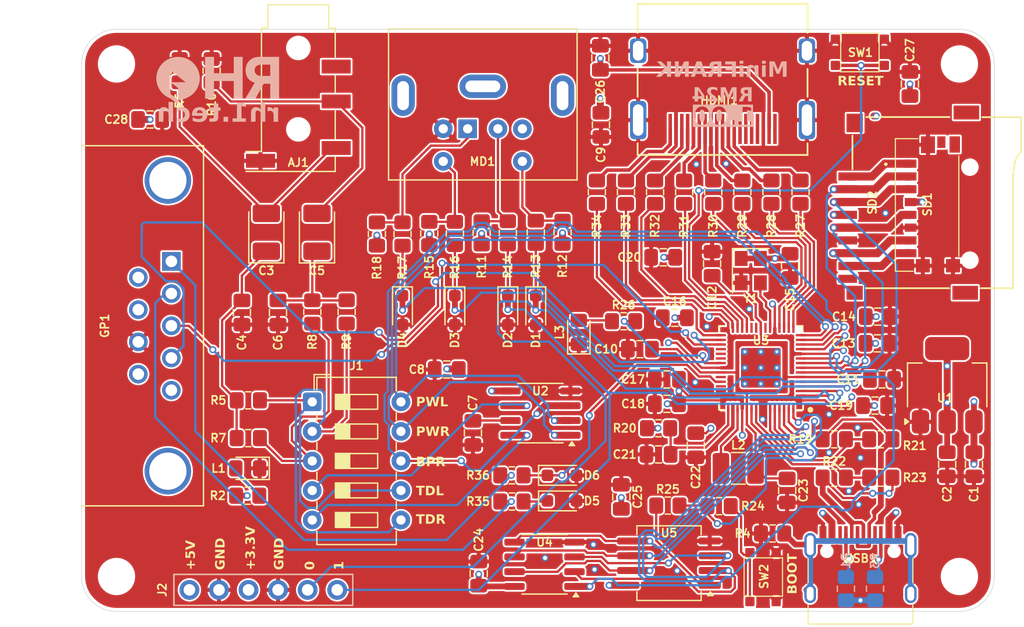
<source format=kicad_pcb>
(kicad_pcb (version 20241229) (generator "pcbnew") (generator_version "9.0")
  (title_block (title "MiniFRANK RM24") (date "2025-03-14") (rev "1.00") (company "Mikhail Matveev") (comment 1 "https://github.com/xtremespb/frank"))
  (layers (0 "F.Cu" signal) (4 "In1.Cu" mixed "GND.Cu") (6 "In2.Cu" power "PWR3V3.Cu") (2 "B.Cu" signal) (13 "F.Paste" user) (15 "B.Paste" user) (5 "F.SilkS" user "F.Silkscreen") (7 "B.SilkS" user "B.Silkscreen") (1 "F.Mask" user) (3 "B.Mask" user) (25 "Edge.Cuts" user))
  (net 0 "")
  (net 1 "GND")
  (net 2 "/Audio Out/L")
  (net 3 "+3V3")
  (net 4 "VBUS")
  (net 5 "/RP2350A/XIN")
  (net 6 "/Audio Out/R")
  (net 7 "/RP2350A/VREG_AVDD")
  (net 8 "Net-(C3-Pad1)")
  (net 10 "Net-(C5-Pad1)")
  (net 11 "Net-(U2-FLT)")
  (net 12 "+1V1")
  (net 14 "/GPIO0")
  (net 15 "/GPIO1")
  (net 16 "/GPIO2")
  (net 17 "/GPIO3")
  (net 18 "Net-(HDMI1-D1P)")
  (net 19 "Net-(HDMI1-D2N)")
  (net 23 "Net-(HDMI1-D0P)")
  (net 24 "Net-(HDMI1-D1N)")
  (net 25 "/GPIO26")
  (net 26 "Net-(L1-A)")
  (net 27 "/GPIO27")
  (net 28 "/GPIO10")
  (net 29 "/D+")
  (net 30 "/D-")
  (net 31 "/GPIO11")
  (net 33 "Net-(HDMI1-CLKP)")
  (net 34 "Net-(USB1-CC1)")
  (net 35 "Net-(USB1-CC2)")
  (net 36 "/GPIO21")
  (net 37 "/GPIO20")
  (net 38 "/Gamepad/J2_DATA")
  (net 39 "/Gamepad/J1_DATA")
  (net 40 "Net-(HDMI1-D2P)")
  (net 41 "Net-(HDMI1-D0N)")
  (net 42 "/RP2350A/VREG_LX")
  (net 43 "/RUN")
  (net 44 "/PS2/PS{slash}2 CLK")
  (net 45 "Net-(HDMI1-CLKN)")
  (net 46 "Net-(MD1-Pad2)")
  (net 47 "/PS2/PS{slash}2 DATA")
  (net 48 "Net-(MD1-Pad6)")
  (net 49 "/RP2350A/QSPI_SD2")
  (net 50 "/RP2350A/QSPI_SD0")
  (net 51 "/GPIO8")
  (net 52 "/RP2350A/QSPI_SD1")
  (net 55 "/RP2350A/QSPI_SD3")
  (net 56 "/RP2350A/GPIO22")
  (net 57 "/RP2350A/QSPI_SCLK")
  (net 58 "/RP2350A/XOUT")
  (net 59 "/A_OUTL")
  (net 60 "/A_OUTB")
  (net 61 "/A_OUTR")
  (net 62 "/RP2350A/QSPI_SS")
  (net 63 "/RP2350A/~{USB_BOOT}")
  (net 64 "/RP2350A/FLASH_SS")
  (net 65 "/GPIO9")
  (net 66 "/GPIO12")
  (net 67 "/GPIO13")
  (net 68 "/GPIO14")
  (net 69 "/GPIO15")
  (net 70 "/GPIO16")
  (net 71 "/GPIO17")
  (net 72 "/GPIO18")
  (net 73 "/GPIO19")
  (net 74 "/SD Card/DET")
  (net 75 "/SD Card/DAT1")
  (net 76 "/SD Card/POL")
  (net 77 "/GPIO5")
  (net 78 "/GPIO7")
  (net 79 "/GPIO4")
  (net 80 "/A_TDAR")
  (net 81 "/SD Card/DAT2")
  (net 82 "/GPIO6")
  (net 83 "/RP2350A/SWD")
  (net 84 "/RP2350A/GPIO26")
  (net 85 "/RP2350A/GPIO23")
  (net 86 "/RP2350A/SWCLK")
  (net 87 "/RP2350A/GPIO29")
  (net 88 "/RP2350A/GPIO24")
  (net 92 "/A_TDAL")
  (net 93 "Net-(L3-A)")
  (net 94 "GPIO25")
  (net 96 "/RP2350A/GPIO28")
  (net 97 "Net-(USB1-SHIELD)")
  (net 98 "Net-(U3-USB_DP)")
  (net 99 "Net-(U3-USB_DM)")
  (footprint "FRANK:Mounting Hole (2.7mm)" (layer "F.Cu") (at 255.75 91.75)
    (property "Reference" "H2" (hide yes))
    (property "Value" "MountingHole" (hide yes))
  )
  (footprint "FRANK:Diode (SOD-323)" (layer "F.Cu") (at 207.9 68.85 -90)
    (property "Reference" "D4")
    (property "Value" "3V3" (hide yes))
  )
  (footprint "FRANK:Capacitor (0805)" (layer "F.Cu") (at 254.7 82.1 -90)
    (property "Reference" "C2")
    (property "Value" "10u" (hide yes))
  )
  (footprint "FRANK:Resistor (0805)" (layer "F.Cu") (at 237.1 58.7 -90)
    (property "Reference" "R29")
    (property "Value" "270R" (hide yes))
  )
  (footprint "FRANK:Resistor (0805)" (layer "F.Cu") (at 219.35 62.15 -90)
    (property "Reference" "R13")
    (property "Value" "100R" (hide yes))
  )
  (footprint "FRANK:Resistor (0805)" (layer "F.Cu") (at 214.7 62.2 90)
    (property "Reference" "R11")
    (property "Value" "1K" (hide yes))
  )
  (footprint "FRANK:SO-8" (layer "F.Cu") (at 220.1 90.7 180)
    (property "Reference" "U4")
    (property "Value" "ESP-PSRAM32" (hide yes))
  )
  (footprint "FRANK:Capacitor (0805)" (layer "F.Cu") (at 248.5 77.05)
    (property "Reference" "C19")
    (property "Value" "100n" (hide yes))
  )
  (footprint "FRANK:MicroSD (SMD, short)" (layer "F.Cu") (at 253 59.8 90)
    (property "Reference" "SD1")
    (property "Value" "47571-0001" (hide yes))
  )
  (footprint "FRANK:Resistor (0805)" (layer "F.Cu") (at 239.7 88.05 180)
    (property "Reference" "R4")
    (property "Value" "1M" (hide yes))
  )
  (footprint "FRANK:Resistor (0805)" (layer "F.Cu") (at 227.1 58.7 -90)
    (property "Reference" "R33")
    (property "Value" "270R" (hide yes))
  )
  (footprint "FRANK:Capacitor (0805)" (layer "F.Cu") (at 249.1 74.8)
    (property "Reference" "C11")
    (property "Value" "4.7u" (hide yes))
  )
  (footprint "FRANK:Resistor (0805)" (layer "F.Cu") (at 210.2 62.25 90)
    (property "Reference" "R15")
    (property "Value" "1K" (hide yes))
  )
  (footprint "FRANK:Diode (SOD-323)" (layer "F.Cu") (at 221.6 85.25)
    (property "Reference" "D5")
    (property "Value" "3V3" (hide yes))
  )
  (footprint "FRANK:Capacitor (0805)" (layer "F.Cu") (at 251.5 49.4 -90)
    (property "Reference" "C27")
    (property "Value" "100n" (hide yes))
  )
  (footprint "FRANK:Capacitor (3528, tantalum, polar)" (layer "F.Cu") (at 196.2 62.15 90)
    (property "Reference" "C3")
    (property "Value" "10u" (hide yes))
  )
  (footprint "FRANK:Resistor (0805)" (layer "F.Cu") (at 229.9 79)
    (property "Reference" "R20")
    (property "Value" "33" (hide yes))
  )
  (footprint "FRANK:Diode (SOD-323)" (layer "F.Cu") (at 212.4 68.85 -90)
    (property "Reference" "D3")
    (property "Value" "3V3" (hide yes))
  )
  (footprint "FRANK:Resistor (0805)" (layer "F.Cu") (at 249 79.95 180)
    (property "Reference" "R21")
    (property "Value" "33R" (hide yes))
  )
  (footprint "FRANK:Resistor (0805)" (layer "F.Cu") (at 245 79.95)
    (property "Reference" "R19")
    (property "Value" "150R" (hide yes))
  )
  (footprint "FRANK:DIP Switch (5x5)" (layer "F.Cu") (at 200.145 76.7325)
    (property "Reference" "J1")
    (property "Value" "Pin Header 2x18" (hide yes))
  )
  (footprint "FRANK:Inductor (3225)" (layer "F.Cu") (at 236.75 82.45 180)
    (property "Reference" "L2")
    (property "Value" "3.3u" (hide yes))
  )
  (footprint "FRANK:Resistor (0805)" (layer "F.Cu") (at 230.7 85.65 180)
    (property "Reference" "R25")
    (property "Value" "0" (hide yes))
  )
  (footprint "FRANK:SOIC-8" (layer "F.Cu") (at 230.8 90.6 180)
    (property "Reference" "U5")
    (property "Value" "W25Q128JVS" (hide yes))
  )
  (footprint "FRANK:Capacitor (0805)" (layer "F.Cu") (at 226.7 84.9 90)
    (property "Reference" "C25")
    (property "Value" "100n" (hide yes))
  )
  (footprint "FRANK:Capacitor (0805)" (layer "F.Cu") (at 248.7125 71.7)
    (property "Reference" "C13")
    (property "Value" "100n" (hide yes))
  )
  (footprint "FRANK:Diode (SOD-323)" (layer "F.Cu") (at 216.95 68.85 -90)
    (property "Reference" "D2")
    (property "Value" "3V3" (hide yes))
  )
  (footprint "FRANK:Resistor (0805)" (layer "F.Cu") (at 245 83.25)
    (property "Reference" "R22")
    (property "Value" "150R" (hide yes))
  )
  (footprint "FRANK:Capacitor (0805)" (layer "F.Cu") (at 230.61875 74.8 180)
    (property "Reference" "C17")
    (property "Value" "100n" (hide yes))
  )
  (footprint "FRANK:LED (0805)" (layer "F.Cu") (at 223.05 70.75 90)
    (property "Reference" "L3")
    (property "Value" "Blue" (hide yes))
  )
  (footprint "FRANK:Resistor (0805)" (layer "F.Cu") (at 232.1 58.7 -90)
    (property "Reference" "R31")
    (property "Value" "270R" (hide yes))
  )
  (footprint "FRANK:Resistor (0805)" (layer "F.Cu") (at 194.65 79.85)
    (property "Reference" "R7")
    (property "Value" "2K" (hide yes))
  )
  (footprint "FRANK:Capacitor (0805)" (layer "F.Cu") (at 194.1 69.05 -90)
    (property "Reference" "C4")
    (property "Value" "10n" (hide yes))
  )
  (footprint "FRANK:LED (0805)" (layer "F.Cu") (at 194.6 82.45 180)
    (property "Reference" "L1")
    (property "Value" "Green" (hide yes))
  )
  (footprint "FRANK:Resistor (0805)" (layer "F.Cu") (at 249 83.25 180)
    (property "Reference" "R23")
    (property "Value" "33R" (hide yes))
  )
  (footprint "FRANK:Button (SMD, 3x3mm, 1-1)" (layer "F.Cu") (at 248.85 48.345 180)
    (property "Reference" "SW1" (hide yes))
    (property "Value" "Reset" (hide yes))
  )
  (footprint "FRANK:MiniDIN (6 Pin, female)" (layer "F.Cu") (at 213.5 53.25 180)
    (property "Reference" "MD1")
    (property "Value" "Mini-DIN-6" (hide yes))
  )
  (footprint "FRANK:Mounting Hole (2.7mm)" (layer "F.Cu") (at 255.75 47.675)
    (property "Reference" "H1" (hide yes))
    (property "Value" "MountingHole" (hide yes))
  )
  (footprint "FRANK:Diode (SOD-323)" (layer "F.Cu") (at 219.35 68.85 -90)
    (property "Reference" "D1")
    (property "Value" "3V3" (hide yes))
  )
  (footprint "FRANK:Resistor (0805)" (layer "F.Cu") (at 235.1 85.7)
    (property "Reference" "R24")
    (property "Value" "1K" (hide yes))
  )
  (footprint "FRANK:Resistor (0805)" (layer "F.Cu") (at 194.6 84.8 180)
    (property "Reference" "R2")
    (property "Value" "1K" (hide yes))
  )
  (footprint "FRANK:Resistor (0805)" (layer "F.Cu") (at 229.6 58.7 -90)
    (property "Reference" "R32")
    (property "Value" "270R" (hide yes))
  )
  (footprint "FRANK:Resistor (0805)" (layer "F.Cu") (at 221.65 62.15 90)
    (property "Reference" "R12")
    (property "Value" "1K" (hide yes))
  )
  (footprint "FRANK:Resistor (0805)" (layer "F.Cu") (at 217.3 85.3 180)
    (property "Reference" "R35")
    (property "Value" "1K" (hide yes))
  )
  (footprint "FRANK:Capacitor (0805)" (layer "F.Cu") (at 231.3 69.5 180)
    (property "Reference" "C16")
    (property "Value" "100n" (hide yes))
  )
  (footprint "FRANK:D-SUB (9 pin, male, top mount)" (layer "F.Cu") (at 188.04 64.65 -90)
    (property "Reference" "GP1")
    (property "Value" "Gamepad" (hide yes))
  )
  (footprint "FRANK:Resistor (0805)" (layer "F.Cu") (at 217.3 83.05 180)
    (property "Reference" "R36")
    (property "Value" "1K" (hide yes))
  )
  (footprint "FRANK:Resistor (0805)" (layer "F.Cu") (at 216.95 62.2 -90)
    (property "Reference" "R14")
    (property "Value" "100R" (hide yes))
  )
  (footprint "FRANK:Capacitor (0805)" (layer "F.Cu") (at 228.3 72.2 180)
    (property "Reference" "C10")
    (property "Value" "100n" (hide yes))
  )
  (footprint "FRANK:HDMI (female)" (layer "F.Cu") (at 235.4 52.5 180)
    (property "Reference" "HDMI1")
    (property "Value" "HDMI Female" (hide yes))
  )
  (footprint "FRANK:Button (SMD, 3x3mm, 1-1)" (layer "F.Cu") (at 240.55 90.145 -90)
    (property "Reference" "SW2" (hide yes))
    (property "Value" "SW_Push" (hide yes))
  )
  (footprint "FRANK:MicroSD (SMD, long)" (layer "F.Cu") (at 245.35 59.6 -90)
    (property "Reference" "SD2")
    (property "Value" "104031-0811" (hide yes))
  )
  (footprint "FRANK:Resistor (0805)" (layer "F.Cu") (at 242.1 58.7 -90)
    (property "Reference" "R27")
    (property "Value" "270R" (hide yes))
  )
  (footprint "FRANK:Capacitor (0805)" (layer "F.Cu") (at 230.3 64.3 180)
    (property "Reference" "C20")
    (property "Value" "100n" (hide yes))
  )
  (footprint "FRANK:Capacitor (0805)" (layer "F.Cu") (at 248.7375 69.4)
    (property "Reference" "C14")
    (property "Value" "100n" (hide yes))
  )
  (footprint "FRANK:QFN 60 (RP2350A)" (layer "F.Cu") (at 238.6875 73.8 180)
    (property "Reference" "U3")
    (property "Value" "RP2350_60QFN" (hide yes))
  )
  (footprint "FRANK:Mounting Hole (2.7mm)" (layer "F.Cu") (at 183.325 91.75)
    (property "Reference" "H4" (hide yes))
    (property "Value" "MountingHole" (hide yes))
  )
  (footprint "FRANK:Resistor (0805)" (layer "F.Cu") (at 188.75 48.25 90)
    (property "Reference" "R6")
    (property "Value" "330R" (hide yes))
  )
  (footprint "FRANK:Crystal (3225, active)" (layer "F.Cu") (at 237.825 65.45 -90)
    (property "Reference" "Y1")
    (property "Value" "ASE-xxxMHz" (hide yes))
  )
  (footprint "FRANK:Resistor (0805)" (layer "F.Cu") (at 234.6 58.7 -90)
    (property "Reference" "R30")
    (property "Value" "270R" (hide yes))
  )
  (footprint "FRANK:USB Type C" (layer "F.Cu") (at 247.25 95.835)
    (property "Reference" "USB1")
    (property "Value" "USB4215-03-A" (hide yes))
  )
  (footprint "FRANK:Capacitor (0805)" (layer "F.Cu") (at 214.45 91.5 90)
    (property "Reference" "C24")
    (property "Value" "100n" (hide yes))
  )
  (footprint "FRANK:Capacitor (0805)" (layer "F.Cu") (at 257 82.1 -90)
    (property "Reference" "C1")
    (property "Value" "10u" (hide yes))
  )
  (footprint "FRANK:Capacitor (0805)" (layer "F.Cu") (at 230.61875 76.9 180)
    (property "Reference" "C18")
    (property "Value" "100n" (hide yes))
  )
  (footprint "FRANK:Capacitor (0805)" (layer "F.Cu") (at 229.9 81.25 180)
    (property "Reference" "C21")
    (property "Value" "4.7u" (hide yes))
  )
  (footprint "FRANK:Capacitor (0805)" (layer "F.Cu") (at 240.95 84.35 -90)
    (property "Reference" "C23")
    (property "Value" "4.7u" (hide yes))
  )
  (footprint "FRANK:Resistor (0805)" (layer "F.Cu") (at 212.4 62.25 -90)
    (property "Reference" "R16")
    (property "Value" "100R" (hide yes))
  )
  (footprint "FRANK:Pin Header (1x06)" (layer "F.Cu") (at 189.59 92.9 90)
    (property "Reference" "J2")
    (property "Value" "Connectors" (hide yes))
  )
  (footprint "FRANK:Resistor (0805)" (layer "F.Cu") (at 224.6 58.7 -90)
    (property "Reference" "R34")
    (property "Value" "270R" (hide yes))
  )
  (footprint "FRANK:Resistor (0805)" (layer "F.Cu") (at 239.6 58.7 -90)
    (property "Reference" "R28")
    (property "Value" "270R" (hide yes))
  )
  (footprint "FRANK:Resistor (0805)" (layer "F.Cu") (at 194.65 76.6)
    (property "Reference" "R5")
    (property "Value" "1K" (hide yes))
  )
  (footprint "FRANK:Resistor (0805)" (layer "F.Cu") (at 203.1 69 -90)
    (property "Reference" "R9")
    (property "Value" "1K" (hide yes))
  )
  (footprint "FRANK:Resistor (0805)" (layer "F.Cu") (at 207.9 62.3 -90)
    (property "Reference" "R17")
    (property "Value" "100R" (hide yes))
  )
  (footprint "FRANK:Capacitor (0805)" (layer "F.Cu") (at 224.9 47.15 90)
    (property "Reference" "C26")
    (property "Value" "100n" (hide yes))
  )
  (footprint "FRANK:Resistor (0805)" (layer "F.Cu") (at 226.9 69.8)
    (property "Reference" "R26")
    (property "Value" "1K" (hide yes))
  )
  (footprint "FRANK:Capacitor (0805)" (layer "F.Cu") (at 186.2125 52.45)
    (property "Reference" "C28")
    (property "Value" "100n" (hide yes))
  )
  (footprint "FRANK:Capacitor (0805)" (layer "F.Cu") (at 241.2 65.0375 -90)
    (property "Reference" "C15")
    (property "Value" "100n" (hide yes))
  )
  (footprint "FRANK:Capacitor (0805)" (layer "F.Cu") (at 224.95 52.9125 -90)
    (property "Reference" "C9")
    (property "Value" "10u" (hide yes))
  )
  (footprint "FRANK:Capacitor (0805)" (layer "F.Cu") (at 213.95 79.4 -90)
    (property "Reference" "C7")
    (property "Value" "1u" (hide yes))
  )
  (footprint "FRANK:Resistor (0805)" (layer "F.Cu") (at 200.15 69 -90)
    (property "Reference" "R8")
    (property "Value" "2K" (hide yes))
  )
  (footprint "FRANK:Capacitor (0805)" (layer "F.Cu") (at 234.5 64.85 90)
    (property "Reference" "C12")
    (property "Value" "100n" (hide yes))
  )
  (footprint "FRANK:Jack (3.5mm, PJ-320D)" (layer "F.Cu") (at 198.95 51.05 -90)
    (property "Reference" "AJ1")
    (property "Value" "PJ-320D" (hide yes))
  )
  (footprint "FRANK:Capacitor (0805)" (layer "F.Cu") (at 211.7 73.95)
    (property "Reference" "C8")
    (property "Value" "47u" (hide yes))
  )
  (footprint "FRANK:Capacitor (3528, tantalum, polar)" (layer "F.Cu") (at 200.55 62.15 90)
    (property "Reference" "C5")
    (property "Value" "10u" (hide yes))
  )
  (footprint "FRANK:SO-8" (layer "F.Cu") (at 219.75 77.7 180)
    (property "Reference" "U2")
    (property "Value" "TDA1387T" (hide yes))
  )
  (footprint "FRANK:SOT-223" (layer "F.Cu") (at 254.7 75.3 90)
    (property "Reference" "U1")
    (property "Value" "NCP1117 3.3" (hide yes))
  )
  (footprint "FRANK:Capacitor (0805)" (layer "F.Cu") (at 233.1 80.4625 -90)
    (property "Reference" "C22")
    (property "Value" "4.7u" (hide yes))
  )
  (footprint "FRANK:Resistor (0805)" (layer "F.Cu") (at 191.5 48.25 90)
    (property "Reference" "R10")
    (property "Value" "330R" (hide yes))
  )
  (footprint "FRANK:Capacitor (0805)" (layer "F.Cu") (at 197.2 69.05 -90)
    (property "Reference" "C6")
    (property "Value" "10n" (hide yes))
  )
  (footprint "FRANK:Resistor (0805)" (layer "F.Cu") (at 205.7 62.3 90)
    (property "Reference" "R18")
    (property "Value" "1k" (hide yes))
  )
  (footprint "FRANK:Mounting Hole (2.7mm)" (layer "F.Cu") (at 183.325 47.675)
    (property "Reference" "H3" (hide yes))
    (property "Value" "MountingHole" (hide yes))
  )
  (footprint "FRANK:Diode (SOD-323)" (layer "F.Cu") (at 221.6 83.05)
    (property "Reference" "D6")
    (property "Value" "3V3" (hide yes))
  )
  (footprint "FRANK:Resistor (0805)" (layer "B.Cu") (at 246 92.8 90)
    (property "Reference" "R1")
    (property "Value" "5.1K" (hide yes))
  )
  (footprint "FRANK:Resistor (0805)" (layer "B.Cu") (at 248.5 92.8 90)
    (property "Reference" "R3")
    (property "Value" "5.1K" (hide yes))
  )
  (gr_poly (pts (xy 188.615011 50.192932) (xy 188.615011 50.747897) (xy 188.678093 50.746951) (xy 188.740983 50.743895) (xy 188.80363 50.738742) (xy 188.865983 50.731507) (xy 188.927991 50.722204) (xy 188.989604 50.710845) (xy 189.05077 50.697446) (xy 189.111439 50.682019) (xy 189.171561 50.664578) (xy 189.231084 50.645138) (xy 189.289957 50.623713) (xy 189.34813 50.600315) (xy 189.405552 50.574959) (xy 189.462173 50.547659) (xy 189.517941 50.518429) (xy 189.572805 50.487282) (xy 188.615011 49.743801)) (stroke (width -0.000001)) (fill yes) (layer "B.SilkS"))
  (gr_poly (pts (xy 195.551957 47.064334) (xy 195.484466 47.068564) (xy 195.418735 47.075544) (xy 195.354792 47.085218) (xy 195.292671 47.09753) (xy 195.232401 47.112421) (xy 195.174013 47.129836) (xy 195.117538 47.149717) (xy 195.063007 47.172008) (xy 195.01045 47.196652) (xy 194.959899 47.223592) (xy 194.911383 47.252772) (xy 194.864934 47.284134) (xy 194.820583 47.317621) (xy 194.77836 47.353178) (xy 194.738296 47.390747) (xy 194.700421 47.430271) (xy 194.664768 47.471693) (xy 194.631365 47.514957) (xy 194.600245 47.560006) (xy 194.571437 47.606784) (xy 194.544973 47.655232) (xy 194.520884 47.705295) (xy 194.499199 47.756916) (xy 194.479951 47.810037) (xy 194.463169 47.864603) (xy 194.448885 47.920556) (xy 194.437128 47.977839) (xy 194.427931 48.036396) (xy 194.421324 48.09617) (xy 194.417336 48.157104) (xy 194.416001 48.219141) (xy 194.417151 48.277745) (xy 194.420552 48.334626) (xy 194.426131 48.389792) (xy 194.433812 48.443252) (xy 194.443522 48.495015) (xy 194.455186 48.54509) (xy 194.46873 48.593486) (xy 194.484079 48.64021) (xy 194.50116 48.685274) (xy 194.519898 48.728684) (xy 194.54022 48.77045) (xy 194.56205 48.810581) (xy 194.585314 48.849086) (xy 194.609939 48.885973) (xy 194.662973 48.95493) (xy 194.720556 49.017523) (xy 194.782096 49.073823) (xy 194.846998 49.123901) (xy 194.914668 49.167827) (xy 194.984512 49.205671) (xy 195.055937 49.237506) (xy 195.128348 49.263401) (xy 195.201151 49.283427) (xy 194.394834 50.649338) (xy 195.269281 50.65) (xy 195.975718 49.378015) (xy 196.535313 49.378015) (xy 196.535313 50.652644) (xy 197.298635 50.652644) (xy 197.298635 48.703327) (xy 196.535313 48.703327) (xy 195.732302 48.703327) (xy 195.703935 48.702786) (xy 195.676026 48.701174) (xy 195.648606 48.698503) (xy 195.621703 48.694786) (xy 195.595346 48.690037) (xy 195.569564 48.684268) (xy 195.544385 48.677494) (xy 195.51984 48.669727) (xy 195.495956 48.66098) (xy 195.472763 48.651267) (xy 195.45029 48.640601) (xy 195.428565 48.628994) (xy 195.407618 48.616461) (xy 195.387477 48.603014) (xy 195.368172 48.588667) (xy 195.349731 48.573433) (xy 195.332184 48.557325) (xy 195.315559 48.540356) (xy 195.299885 48.522539) (xy 195.285191 48.503888) (xy 195.271507 48.484416) (xy 195.25886 48.464136) (xy 195.247281 48.443061) (xy 195.236798 48.421205) (xy 195.227439 48.39858) (xy 195.219234 48.3752) (xy 195.212213 48.351078) (xy 195.206403 48.326227) (xy 195.201833 48.300661) (xy 195.198534 48.274392) (xy 195.196533 48.247435) (xy 195.195859 48.219801) (xy 195.193875 48.219803) (xy 195.194549 48.191876) (xy 195.19655 48.164659) (xy 195.19985 48.138163) (xy 195.204421 48.112399) (xy 195.210234 48.087379) (xy 195.217259 48.063115) (xy 195.225469 48.039618) (xy 195.234834 48.016901) (xy 195.245326 47.994974) (xy 195.256916 47.973849) (xy 195.269576 47.953538) (xy 195.283277 47.934053) (xy 195.297989 47.915405) (xy 195.313685 47.897605) (xy 195.330336 47.880666) (xy 195.347912 47.8646) (xy 195.366386 47.849416) (xy 195.385728 47.835128) (xy 195.405911 47.821747) (xy 195.426904 47.809285) (xy 195.448679 47.797753) (xy 195.471209 47.787162) (xy 195.494463 47.777525) (xy 195.518414 47.768853) (xy 195.543032 47.761158) (xy 195.568289 47.754451) (xy 195.594156 47.748744) (xy 195.620605 47.744049) (xy 195.647607 47.740376) (xy 195.675132 47.737739) (xy 195.703153 47.736148) (xy 195.731641 47.735615) (xy 196.535313 47.735615) (xy 196.535313 48.703327) (xy 197.298635 48.703327) (xy 197.298635 47.062911) (xy 195.621177 47.062911)) (stroke (width -0.000001)) (fill yes) (layer "B.SilkS"))
  (gr_poly (pts (xy 188.522879 47.068346) (xy 188.431353 47.074354) (xy 188.340567 47.08484) (xy 188.250677 47.099743) (xy 188.161836 47.119001) (xy 188.074197 47.142551) (xy 187.987914 47.170331) (xy 187.903141 47.202279) (xy 187.82003 47.238333) (xy 187.738737 47.27843) (xy 187.659413 47.322508) (xy 187.582213 47.370506) (xy 187.50729 47.42236) (xy 187.434798 47.478009) (xy 187.364891 47.537391) (xy 187.297721 47.600443) (xy 187.233767 47.666753) (xy 187.173446 47.735852) (xy 187.116822 47.807584) (xy 187.063959 47.881799) (xy 187.014922 47.958342) (xy 186.969775 48.037062) (xy 186.928582 48.117806) (xy 186.891408 48.200421) (xy 186.858317 48.284753) (xy 186.829372 48.370652) (xy 186.804639 48.457963) (xy 186.784181 48.546534) (xy 186.768064 48.636212) (xy 186.75635 48.726845) (xy 186.749105 48.81828) (xy 186.746393 48.910363) (xy 186.749551 49.016516) (xy 186.758791 49.121675) (xy 186.773997 49.22561) (xy 186.795056 49.328089) (xy 186.821854 49.428883) (xy 186.854276 49.527759) (xy 186.892209 49.624488) (xy 186.935538 49.718837) (xy 186.984149 49.810577) (xy 187.037929 49.899476) (xy 187.096763 49.985303) (xy 187.160537 50.067828) (xy 187.229137 50.146819) (xy 187.302448 50.222045) (xy 187.380358 50.293276) (xy 187.462751 50.360281) (xy 187.520727 50.403319) (xy 187.580258 50.444037) (xy 187.641272 50.482396) (xy 187.703699 50.518356) (xy 187.767468 50.551879) (xy 187.832509 50.582925) (xy 187.89875 50.611456) (xy 187.96612 50.637432) (xy 188.050125 50.703578) (xy 188.612364 51.139479) (xy 188.612364 50.751203) (xy 188.612364 50.749879) (xy 188.241287 50.462806) (xy 188.050125 50.313978) (xy 187.96612 50.247832) (xy 187.96612 48.24163) (xy 188.612364 48.742355) (xy 189.165342 49.17164) (xy 189.25993 49.245061) (xy 188.612362 49.245061) (xy 189.721627 50.104957) (xy 189.775205 50.146629) (xy 189.721627 50.105619) (xy 189.634976 50.039473) (xy 188.612362 49.245723) (xy 188.612362 49.743797) (xy 189.570155 50.487276) (xy 189.58728 50.477344) (xy 189.603972 50.46735) (xy 189.620291 50.457232) (xy 189.6363 50.446928) (xy 189.671369 50.423872) (xy 189.705892 50.400037) (xy 189.739859 50.375433) (xy 189.773255 50.350069) (xy 189.806068 50.323955) (xy 189.838286 50.297102) (xy 189.869895 50.269518) (xy 189.900884 50.241215) (xy 189.900884 50.241213) (xy 189.931927 50.211417) (xy 189.962241 50.180937) (xy 189.991815 50.149787) (xy 190.02064 50.117982) (xy 190.048705 50.085536) (xy 190.076 50.052462) (xy 190.102514 50.018776) (xy 190.128237 49.984491) (xy 190.153159 49.949621) (xy 190.177269 49.91418) (xy 190.200558 49.878184) (xy 190.223014 49.841645) (xy 190.244628 49.804578) (xy 190.265389 49.766997) (xy 190.285286 49.728917) (xy 190.304311 49.69035) (xy 190.325502 49.644264) (xy 190.34537 49.597668) (xy 190.363908 49.55059) (xy 190.381111 49.50306) (xy 190.396971 49.455104) (xy 190.411483 49.406752) (xy 190.424639 49.358033) (xy 190.436433 49.308974) (xy 190.446859 49.259605) (xy 190.455911 49.209954) (xy 190.463581 49.160049) (xy 190.469863 49.109919) (xy 190.474751 49.059592) (xy 190.478238 49.009097) (xy 190.480318 48.958463) (xy 190.480984 48.907717) (xy 190.478148 48.815805) (xy 190.470796 48.724545) (xy 190.458994 48.63409) (xy 190.442805 48.544591) (xy 190.422292 48.456199) (xy 190.397521 48.369068) (xy 190.368554 48.283348) (xy 190.335456 48.199191) (xy 190.298292 48.116749) (xy 190.257124 48.036175) (xy 190.212018 47.957619) (xy 190.163037 47.881234) (xy 190.110245 47.807172) (xy 190.053706 47.735584) (xy 189.993485 47.666622) (xy 189.929645 47.600439) (xy 189.862601 47.537502) (xy 189.792829 47.478221) (xy 189.720481 47.422659) (xy 189.64571 47.370876) (xy 189.568668 47.322936) (xy 189.489508 47.278899) (xy 189.408383 47.238828) (xy 189.325445 47.202785) (xy 189.240847 47.170832) (xy 189.154742 47.14303) (xy 189.067283 47.119443) (xy 188.978622 47.100131) (xy 188.888911 47.085157) (xy 188.798304 47.074582) (xy 188.706953 47.068469) (xy 188.615011 47.066879) (xy 188.614995 47.066879)) (stroke (width -0.000001)) (fill yes) (layer "B.SilkS"))
  (gr_poly (pts (xy 188.615011 49.744463) (xy 188.615011 49.243078) (xy 187.968766 49.243078)) (stroke (width -0.000001)) (fill yes) (layer "B.SilkS"))
  (gr_poly (pts (xy 193.400002 48.471816) (xy 191.706006 48.471816) (xy 191.706006 47.062911) (xy 190.937392 47.062911) (xy 190.937392 50.649338) (xy 191.706006 50.65) (xy 191.706006 49.14452) (xy 193.4 49.14452) (xy 193.4 50.65) (xy 194.163985 50.65) (xy 194.163985 47.062911) (xy 193.400002 47.062911)) (stroke (width -0.000001)) (fill yes) (layer "B.SilkS"))
  (gr_line (start 258.75 91.75) (end 258.75 47.7) (stroke (width 0.05)) (layer "Edge.Cuts"))
  (gr_arc (start 180.325 47.7) (mid 181.20368 45.57868) (end 183.325 44.7) (stroke (width 0.05)) (layer "Edge.Cuts"))
  (gr_line (start 180.325 91.75) (end 180.325 47.7) (stroke (width 0.05)) (layer "Edge.Cuts"))
  (gr_line (start 183.325 44.7) (end 255.75 44.7) (stroke (width 0.05)) (layer "Edge.Cuts"))
  (gr_arc (start 258.75 91.75) (mid 257.87132 93.87132) (end 255.75 94.75) (stroke (width 0.05)) (layer "Edge.Cuts"))
  (gr_arc (start 255.75 44.7) (mid 257.87132 45.57868) (end 258.75 47.7) (stroke (width 0.05)) (layer "Edge.Cuts"))
  (gr_line (start 255.75 94.75) (end 183.325 94.75) (stroke (width 0.05)) (layer "Edge.Cuts"))
  (gr_arc (start 183.325 94.75) (mid 181.20368 93.87132) (end 180.325 91.75) (stroke (width 0.05)) (layer "Edge.Cuts"))
  (gr_text "PWR" (at 209.05 79.8 0) (layer "F.SilkS") (effects (font (size 0.8 0.8) (thickness 0.2) (bold yes)) (justify left bottom)))
  (gr_text "+3.3V" (at 195.35 91.2 90) (layer "F.SilkS") (effects (font (size 0.8 0.8) (thickness 0.2) (bold yes)) (justify left bottom)))
  (gr_text "PWL" (at 209.05 77.25 0) (layer "F.SilkS") (effects (font (size 0.8 0.8) (thickness 0.2) (bold yes)) (justify left bottom)))
  (gr_text "GND" (at 197.8 91.2 90) (layer "F.SilkS") (effects (font (size 0.8 0.8) (thickness 0.2) (bold yes)) (justify left bottom)))
  (gr_text "RESET" (at 247.25 49.65 0) (layer "F.SilkS") (effects (font (size 0.8 0.8) (thickness 0.2) (bold yes)) (justify bottom)))
  (gr_text "0" (at 200.45 91.2 90) (layer "F.SilkS") (effects (font (size 0.8 0.8) (thickness 0.2) (bold yes)) (justify left bottom)))
  (gr_text "BOOT	" (at 241.9 91.35 90) (layer "F.SilkS") (effects (font (size 0.8 0.8) (thickness 0.2) (bold yes)) (justify bottom)))
  (gr_text "BPR" (at 209.05 82.4 0) (layer "F.SilkS") (effects (font (size 0.8 0.8) (thickness 0.2) (bold yes)) (justify left bottom)))
  (gr_text "TDR" (at 209.05 87.35 0) (layer "F.SilkS") (effects (font (size 0.8 0.8) (thickness 0.2) (bold yes)) (justify left bottom)))
  (gr_text "TDL" (at 209.05 84.9 0) (layer "F.SilkS") (effects (font (size 0.8 0.8) (thickness 0.2) (bold yes)) (justify left bottom)))
  (gr_text "+5V" (at 190.2 91.2 90) (layer "F.SilkS") (effects (font (size 0.8 0.8) (thickness 0.2) (bold yes)) (justify left bottom)))
  (gr_text "GND" (at 192.75 91.2 90) (layer "F.SilkS") (effects (font (size 0.8 0.8) (thickness 0.2) (bold yes)) (justify left bottom)))
  (gr_text "1" (at 202.95 91.2 90) (layer "F.SilkS") (effects (font (size 0.8 0.8) (thickness 0.2) (bold yes)) (justify left bottom)))
  (gr_text "RM24" (at 235.4 51.1 0) (layer "B.SilkS") (effects (font (size 1.2 1.2) (thickness 0.26) (bold yes)) (justify bottom mirror)))
  (gr_text "rh1.tech" (at 197.401957 52.914334 0) (layer "B.SilkS") (effects (font (size 1.6 1.6) (thickness 0.3) (bold yes)) (justify left bottom mirror)))
  (gr_text "1.00" (at 235.5 53.15 0) (layer "B.SilkS" knockout) (effects (font (size 1.5 1.5) (thickness 0.3) (bold yes)) (justify bottom mirror)))
  (gr_text "MiniFRANK" (at 235.4 49 0) (layer "B.SilkS") (effects (font (size 1.3 1.3) (thickness 0.3) (bold yes)) (justify bottom mirror)))
  (segment (start 231.4 53.26) (end 231.4 50.95) (width 0.3) (layer "F.Cu") (net 1))
  (segment (start 238.9 53.21) (end 238.9 50.9) (width 0.3) (layer "F.Cu") (net 1))
  (segment (start 234.4 53.21) (end 234.4 50.9) (width 0.3) (layer "F.Cu") (net 1))
  (segment (start 235.9 53.21) (end 235.9 50.9) (width 0.3) (layer "F.Cu") (net 1))
  (segment (start 232.9 53.21) (end 232.9 50.9) (width 0.3) (layer "F.Cu") (net 1))
  (via (at 220.15 90.15) (size 0.6) (drill 0.35) (layers "F.Cu" "B.Cu") (net 1))
  (via (at 247.25 81.55) (size 0.6) (drill 0.35) (layers "F.Cu" "B.Cu") (net 1))
  (via (at 235.7 56.25) (size 0.6) (drill 0.35) (layers "F.Cu" "B.Cu") (net 1))
  (via (at 247.25 93.8) (size 0.6) (drill 0.35) (layers "F.Cu" "B.Cu") (net 1))
  (via (at 231.5 91.25) (size 0.6) (drill 0.35) (layers "F.Cu" "B.Cu") (net 1))
  (via (at 224.3 89) (size 0.6) (drill 0.35) (layers "F.Cu" "B.Cu") (net 1))
  (via (at 233.15 56.3) (size 0.6) (drill 0.35) (layers "F.Cu" "B.Cu") (net 1))
  (via (at 237.7 68.75) (size 0.6) (drill 0.35) (layers "F.Cu" "B.Cu") (net 1))
  (via (at 244.55 77.8) (size 0.6) (drill 0.35) (layers "F.Cu" "B.Cu") (net 1))
  (via (at 246.25 84.4) (size 0.6) (drill 0.35) (layers "F.Cu" "B.Cu") (net 1))
  (via (at 244.55 81.1) (size 0.6) (drill 0.35) (layers "F.Cu" "B.Cu") (net 1))
  (via (at 224.4 91.15) (size 0.6) (drill 0.35) (layers "F.Cu" "B.Cu") (net 1))
  (via (at 249.4 60.5) (size 0.6) (drill 0.35) (layers "F.Cu" "B.Cu") (net 1))
  (via (at 247.1 85.55) (size 0.6) (drill 0.35) (layers "F.Cu" "B.Cu") (net 1))
  (via (at 233.05 75.05) (size 0.6) (drill 0.35) (layers "F.Cu" "B.Cu") (net 1))
  (via (at 247 78.95) (size 0.6) (drill 0.35) (layers "F.Cu" "B.Cu") (net 1))
  (via (at 234.05 70.25) (size 0.6) (drill 0.35) (layers "F.Cu" "B.Cu") (net 1))
  (segment (start 247.25 93.8) (end 248.5 93.8) (width 0.5) (layer "B.Cu") (net 1))
  (segment (start 246 93.8) (end 247.25 93.8) (width 0.5) (layer "B.Cu") (net 1))
  (segment (start 188.75 53.075) (end 188.75 49.25) (width 0.2) (layer "F.Cu") (net 2))
  (segment (start 196.2 60.525) (end 188.75 53.075) (width 0.2) (layer "F.Cu") (net 2))
  (segment (start 196.2 60.525) (end 201.825 54.9) (width 0.2) (layer "F.Cu") (net 2))
  (segment (start 232.45 76.2) (end 231.65625 75.40625) (width 0.2) (layer "F.Cu") (net 3))
  (segment (start 254.7 73.65) (end 254.7 76.8) (width 0.6) (layer "F.Cu") (net 3))
  (segment (start 193.6 84.8) (end 194.6 84.8) (width 0.5) (layer "F.Cu") (net 3))
  (segment (start 229.85 79) (end 229.899 79) (width 0.5) (layer "F.Cu") (net 3))
  (segment (start 242.125 72.6) (end 244.649 72.6) (width 0.2) (layer "F.Cu") (net 3))
  (segment (start 235.8875 69.9375) (end 235.8875 70.3625) (width 0.2) (layer "F.Cu") (net 3))
  (segment (start 239.9 64.4) (end 240.8 64.4) (width 0.5) (layer "F.Cu") (net 3))
  (segment (start 231.65625 75.8) (end 231.65625 76.9) (width 0.5) (layer "F.Cu") (net 3))
  (segment (start 244.971768 72.249) (end 244.649 72.571768) (width 0.2) (layer "F.Cu") (net 3))
  (segment (start 247.7 69.4) (end 248.6 69.4) (width 0.5) (layer "F.Cu") (net 3))
  (segment (start 254.7 81.0625) (end 254.7 78.45) (width 0.5) (layer "F.Cu") (net 3))
  (segment (start 237 64.4) (end 239.9 64.4) (width 0.5) (layer "F.Cu") (net 3))
  (segment (start 244.51112 76.901) (end 244.21012 76.6) (width 0.2) (layer "F.Cu") (net 3))
  (segment (start 251.56 59.55) (end 252.55 59.55) (width 0.6) (layer "F.Cu") (net 3))
  (segment (start 251.5 50.4375) (end 251.5 49.4) (width 0.5) (layer "F.Cu") (net 3))
  (segment (start 228.9 79) (end 229.85 79) (width 0.5) (layer "F.Cu") (net 3))
  (segment (start 233.1 79.425) (end 233.975 79.425) (width 0.2) (layer "F.Cu") (net 3))
  (segment (start 244.21012 76.6) (end 242.125 76.6) (width 0.2) (layer "F.Cu") (net 3))
  (segment (start 231.446388 71.65) (end 233.596388 73.8) (width 0.2) (layer "F.Cu") (net 3))
  (segment (start 239.8875 68.4625) (end 239.8875 70.3625) (width 0.2) (layer "F.Cu") (net 3))
  (segment (start 231.65625 76.9) (end 230.65 76.9) (width 0.5) (layer "F.Cu") (net 3))
  (segment (start 235.15 69.2) (end 235.8875 69.9375) (width 0.2) (layer "F.Cu") (net 3))
  (segment (start 231.3375 64.3) (end 230.35 64.3) (width 0.5) (layer "F.Cu") (net 3))
  (segment (start 254.7 72.15) (end 254.7 73.65) (width 0.6) (layer "F.Cu") (net 3))
  (segment (start 244.649 72.571768) (end 244.649 72.6) (width 0.2) (layer "F.Cu") (net 3))
  (segment (start 234.25 69.4) (end 234.45 69.2) (width 0.2) (layer "F.Cu") (net 3))
  (segment (start 227.3 92.505) (end 225.65 92.505) (width 0.6) (layer "F.Cu") (net 3))
  (segment (start 235.25 76.6) (end 231.95625 76.6) (width 0.2) (layer "F.Cu") (net 3))
  (segment (start 246.5 76.3) (end 246.5 76.402) (width 0.2) (layer "F.Cu") (net 3))
  (segment (start 231.65625 75.40625) (end 231.65625 74.8) (width 0.2) (layer "F.Cu") (net 3))
  (segment (start 239.736091 68.311091) (end 239.8875 68.4625) (width 0.2) (layer "F.Cu") (net 3))
  (segment (start 246.001 76.901) (end 244.51112 76.901) (width 0.2) (layer "F.Cu") (net 3))
  (segment (start 251.5 49.4) (end 251.5 49.35) (width 0.5) (layer "F.Cu") (net 3))
  (segment (start 246.15 60.65) (end 244.95 60.65) (width 0.7) (layer "F.Cu") (net 3))
  (segment (start 233.975 79.425) (end 234.4 79) (width 0.2) (layer "F.Cu") (net 3))
  (segment (start 239.688909 68.311091) (end 239.736091 68.311091) (width 0.2) (layer "F.Cu") (net 3))
  (segment (start 237.0875 77.2375) (end 237.0875 79.4875) (width 0.2) (layer "F.Cu") (net 3))
  (segment (start 214.5175 92.605) (end 214.45 92.5375) (width 0.5) (layer "F.Cu") (net 3))
  (segment (start 230.75 71.65) (end 231.446388 71.65) (width 0.2) (layer "F.Cu") (net 3))
  (segment (start 245.785654 72.331478) (end 245.703176 72.249) (width 0.2) (layer "F.Cu") (net 3))
  (segment (start 240.8 64.4) (end 241.2 64) (width 0.5) (layer "F.Cu") (net 3))
  (segment (start 226.7 85.9375) (end 226.7 84.9625) (width 0.5) (layer "F.Cu") (net 3))
  (segment (start 254.7 78.45) (end 254.7 76.8) (width 0.6) (layer "F.Cu") (net 3))
  (segment (start 247.675 71.7) (end 248.55 71.7) (width 0.5) (layer "F.Cu") (net 3))
  (segment (start 234.45 69.2) (end 235.15 69.2) (width 0.2) (layer "F.Cu") (net 3))
  (segment (start 235.25 76.2) (end 232.45 76.2) (width 0.2) (layer "F.Cu") (net 3))
  (segment (start 245.703176 72.249) (end 244.971768 72.249) (width 0.2) (layer "F.Cu") (net 3))
  (segment (start 214.45 92.5375) (end 214.45 91.55) (width 0.5) (layer "F.Cu") (net 3))
  (segment (start 233.596388 73.8) (end 235.25 73.8) (width 0.2) (layer "F.Cu") (net 3))
  (segment (start 232.3375 69.5) (end 231.3 69.5) (width 0.5) (layer "F.Cu") (net 3))
  (segment (start 217.525 92.605) (end 214.5175 92.605) (width 0.5) (layer "F.Cu") (net 3))
  (segment (start 246.5 76.402) (end 246.001 76.901) (width 0.2) (layer "F.Cu") (net 3))
  (segment (start 231.65625 74.8) (end 231.65625 75.8) (width 0.5) (layer "F.Cu") (net 3))
  (segment (start 247.4625 77.05) (end 248.45 77.05) (width 0.5) (layer "F.Cu") (net 3))
  (via (at 229.85 79) (size 0.6) (drill 0.35) (layers "F.Cu" "B.Cu") (net 3))
  (via (at 254.7 73.65) (size 0.6) (drill 0.35) (layers "F.Cu" "B.Cu") (net 3))
  (via (at 225.65 92.505) (size 0.6) (drill 0.35) (layers "F.Cu" "B.Cu") (net 3))
  (via (at 230.65 76.9) (size 0.6) (drill 0.35) (layers "F.Cu" "B.Cu") (net 3))
  (via (at 239.688909 68.311091) (size 0.6) (drill 0.35) (layers "F.Cu" "B.Cu") (net 3))
  (via (at 237.1 79.6) (size 0.6) (drill 0.35) (layers "F.Cu" "B.Cu") (net 3))
  (via (at 245.785654 72.331478) (size 0.6) (drill 0.35) (layers "F.Cu" "B.Cu") (net 3))
  (via (at 230.35 64.3) (size 0.6) (drill 0.35) (layers "F.Cu" "B.Cu") (net 3))
  (via (at 248.45 77.05) (size 0.6) (drill 0.35) (layers "F.Cu" "B.Cu") (net 3))
  (via (at 248.6 69.4) (size 0.6) (drill 0.35) (layers "F.Cu" "B.Cu") (net 3))
  (via (at 230.75 71.65) (size 0.6) (drill 0.35) (layers "F.Cu" "B.Cu") (net 3))
  (via (at 226.7 84.9625) (size 0.6) (drill 0.35) (layers "F.Cu" "B.Cu") (net 3))
  (via (at 231.3 69.5) (size 0.6) (drill 0.35) (layers "F.Cu" "B.Cu") (net 3))
  (via (at 248.55 71.7) (size 0.6) (drill 0.35) (layers "F.Cu" "B.Cu") (net 3))
  (via (at 252.55 59.55) (size 0.6) (drill 0.35) (layers "F.Cu" "B.Cu") (net 3))
  (via (at 254.7 76.8) (size 0.6) (drill 0.35) (layers "F.Cu" "B.Cu") (net 3))
  (via (at 194.55 84.8) (size 0.6) (drill 0.35) (layers "F.Cu" "B.Cu") (net 3))
  (via (at 231.65625 75.8) (size 0.6) (drill 0.35) (layers "F.Cu" "B.Cu") (net 3))
  (via (at 244.95 60.65) (size 0.6) (drill 0.35) (layers "F.Cu" "B.Cu") (net 3))
  (via (at 234.25 69.4) (size 0.6) (drill 0.35) (layers "F.Cu" "B.Cu") (net 3))
  (via (at 214.45 91.55) (size 0.6) (drill 0.35) (layers "F.Cu" "B.Cu") (net 3))
  (via (at 246.5 76.3) (size 0.6) (drill 0.35) (layers "F.Cu" "B.Cu") (net 3))
  (via (at 239.9 64.4) (size 0.6) (drill 0.35) (layers "F.Cu" "B.Cu") (net 3))
  (via (at 251.5 49.4) (size 0.6) (drill 0.35) (layers "F.Cu" "B.Cu") (net 3))
  (via (at 238.8375 78.239702) (size 0.6) (drill 0.35) (layers "F.Cu" "B.Cu") (net 3))
  (via (at 234.4 79) (size 0.6) (drill 0.35) (layers "F.Cu" "B.Cu") (net 3))
  (segment (start 205.7 63.3) (end 205.7 62.4) (width 0.6) (layer "F.Cu") (net 4))
  (segment (start 224.9 50.65) (end 224.9 51.825) (width 0.6) (layer "F.Cu") (net 4))
  (segment (start 224.9 48.1875) (end 224.9 47.2) (width 0.5) (layer "F.Cu") (net 4))
  (segment (start 214.7 63.2) (end 214.7 62.25) (width 0.6) (layer "F.Cu") (net 4))
  (segment (start 221.65 63.15) (end 221.65 62.201) (width 0.6) (layer "F.Cu") (net 4))
  (segment (start 210.2 63.25) (end 210.2 62.301) (width 0.6) (layer "F.Cu") (net 4))
  (segment (start 257 78.45) (end 257 76.7) (width 0.5) (layer "F.Cu") (net 4))
  (segment (start 217.175 75.795) (end 215.555 75.795) (width 0.6) (layer "F.Cu") (net 4))
  (segment (start 249.7 88.14) (end 249.7 86.85) (width 0.6) (layer "F.Cu") (net 4))
  (segment (start 185.175 52.45) (end 186.2115 52.45) (width 0.6) (layer "F.Cu") (net 4))
  (segment (start 244.8 88.14) (end 244.8 87.1) (width 0.6) (layer "F.Cu") (net 4))
  (segment (start 239.4 53.26) (end 239.4 50.1) (width 0.3) (layer "F.Cu") (net 4))
  (segment (start 244.8 87.1) (end 244 86.3) (width 0.6) (layer "F.Cu") (net 4))
  (segment (start 257 81.0625) (end 257 78.45) (width 0.6) (layer "F.Cu") (net 4))
  (segment (start 211.7 73.9) (end 212.6875 73.9) (width 0.6) (layer "F.Cu") (net 4))
  (segment (start 237.4875 48.1875) (end 225.6 48.1875) (width 0.3) (layer "F.Cu") (net 4))
  (segment (start 239.4 50.1) (end 237.4875 48.1875) (width 0.3) (layer "F.Cu") (net 4))
  (segment (start 248.4 52.15) (end 248.6 52.15) (width 0.6) (layer "F.Cu") (net 4))
  (segment (start 249.7 86.85) (end 250.3 86.25) (width 0.6) (layer "F.Cu") (net 4))
  (segment (start 257 82.1) (end 257 81.0625) (width 0.6) (layer "F.Cu") (net 4))
  (via (at 205.7 62.4) (size 0.6) (drill 0.35) (layers "F.Cu" "B.Cu") (net 4))
  (via (at 211.7 73.9) (size 0.6) (drill 0.35) (layers "F.Cu" "B.Cu") (net 4))
  (via (at 250.3 86.25) (size 0.6) (drill 0.35) (layers "F.Cu" "B.Cu") (net 4))
  (via (at 257 82.1) (size 0.6) (drill 0.35) (layers "F.Cu" "B.Cu") (net 4))
  (via (at 186.2115 52.45) (size 0.6) (drill 0.35) (layers "F.Cu" "B.Cu") (net 4))
  (via (at 214.7 62.25) (size 0.6) (drill 0.35) (layers "F.Cu" "B.Cu") (net 4))
  (via (at 210.2 62.301) (size 0.6) (drill 0.35) (layers "F.Cu" "B.Cu") (net 4))
  (via (at 248.6 52.15) (size 0.6) (drill 0.35) (layers "F.Cu" "B.Cu") (net 4))
  (via (at 257 76.7) (size 0.6) (drill 0.35) (layers "F.Cu" "B.Cu") (net 4))
  (via (at 221.65 62.201) (size 0.6) (drill 0.35) (layers "F.Cu" "B.Cu") (net 4))
  (via (at 244 86.3) (size 0.6) (drill 0.35) (layers "F.Cu" "B.Cu") (net 4))
  (via (at 224.9 50.65) (size 0.6) (drill 0.35) (layers "F.Cu" "B.Cu") (net 4))
  (via (at 224.9 47.2) (size 0.6) (drill 0.35) (layers "F.Cu" "B.Cu") (net 4))
  (via (at 215.555 75.795) (size 0.6) (drill 0.35) (layers "F.Cu" "B.Cu") (net 4))
  (segment (start 239.137909 68.137909) (end 239.137909 68.539323) (width 0.2) (layer "F.Cu") (net 5))
  (segment (start 239.137909 68.539323) (end 239.4875 68.888914) (width 0.2) (layer "F.Cu") (net 5))
  (segment (start 238.65 67.65) (end 239.137909 68.137909) (width 0.2) (layer "F.Cu") (net 5))
  (segment (start 239.4875 68.888914) (end 239.4875 70.3625) (width 0.2) (layer "F.Cu") (net 5))
  (segment (start 238.65 66.5) (end 238.65 67.65) (width 0.2) (layer "F.Cu") (net 5))
  (segment (start 204.45 56.625) (end 204.45 53.15) (width 0.2) (layer "F.Cu") (net 6))
  (segment (start 204.45 53.15) (end 202.2 50.9) (width 0.2) (layer "F.Cu") (net 6))
  (segment (start 200.55 60.525) (end 204.45 56.625) (width 0.2) (layer "F.Cu") (net 6))
  (segment (start 193.15 50.9) (end 191.5 49.25) (width 0.2) (layer "F.Cu") (net 6))
  (segment (start 202.2 50.9) (end 193.15 50.9) (width 0.2) (layer "F.Cu") (net 6))
  (segment (start 235.8875 78.7125) (end 233.9385 80.6615) (width 0.2) (layer "F.Cu") (net 7))
  (segment (start 230.9375 81.25) (end 230.9375 79.0375) (width 0.2) (layer "F.Cu") (net 7))
  (segment (start 233.9385 80.6615) (end 231.526 80.6615) (width 0.2) (layer "F.Cu") (net 7))
  (segment (start 231.526 80.6615) (end 230.9375 81.25) (width 0.2) (layer "F.Cu") (net 7))
  (segment (start 235.8875 77.2375) (end 235.8875 78.7125) (width 0.2) (layer "F.Cu") (net 7))
  (segment (start 192.4 69.7125) (end 194.1 68.0125) (width 0.2) (layer "F.Cu") (net 8))
  (segment (start 192.4 75.35) (end 192.4 69.7125) (width 0.2) (layer "F.Cu") (net 8))
  (segment (start 193.65 76.6) (end 192.4 75.35) (width 0.2) (layer "F.Cu") (net 8))
  (segment (start 193.65 79.85) (end 193.65 76.6) (width 0.2) (layer "F.Cu") (net 8))
  (segment (start 194.1 68.0125) (end 194.1 65.875) (width 0.2) (layer "F.Cu") (net 8))
  (segment (start 194.1 65.875) (end 196.2 63.775) (width 0.2) (layer "F.Cu") (net 8))
  (segment (start 197.2 68.0125) (end 203.0875 68.0125) (width 0.2) (layer "F.Cu") (net 10))
  (segment (start 200.15 68) (end 200.15 64.175) (width 0.2) (layer "F.Cu") (net 10))
  (segment (start 217.175 78.335) (end 213.9775 78.335) (width 0.2) (layer "F.Cu") (net 11))
  (segment (start 238.6875 70.3625) (end 238.6875 71.5875) (width 0.2) (layer "F.Cu") (net 12))
  (segment (start 238.6875 69.897936) (end 238.6875 70.3625) (width 0.2) (layer "F.Cu") (net 12))
  (segment (start 236.0135 67.401) (end 237.301 67.401) (width 0.2) (layer "F.Cu") (net 12))
  (segment (start 234.5 65.8875) (end 236.0135 67.401) (width 0.2) (layer "F.Cu") (net 12))
  (segment (start 237.4875 77.2375) (end 237.4875 78.6875) (width 0.2) (layer "F.Cu") (net 12))
  (segment (start 238.6875 71.5875) (end 238.7 71.6) (width 0.2) (layer "F.Cu") (net 12))
  (segment (start 235.25 74.2) (end 233.5 74.2) (width 0.2) (layer "F.Cu") (net 12))
  (segment (start 231.5 72.2) (end 229.3375 72.2) (width 0.2) (layer "F.Cu") (net 12))
  (segment (start 238.25 69.460436) (end 238.6875 69.897936) (width 0.2) (layer "F.Cu") (net 12))
  (segment (start 238.2375 79.4375) (end 238.2375 82.45) (width 0.2) (layer "F.Cu") (net 12))
  (segment (start 233.5 74.2) (end 231.5 72.2) (width 0.2) (layer "F.Cu") (net 12))
  (segment (start 237.4875 77.2375) (end 237.4875 75.9125) (width 0.2) (layer "F.Cu") (net 12))
  (segment (start 242.125 74.6) (end 247.8625 74.6) (width 0.2) (layer "F.Cu") (net 12))
  (segment (start 238.25 68.35) (end 238.25 69.460436) (width 0.2) (layer "F.Cu") (net 12))
  (segment (start 242.125 74.6) (end 240.9 74.6) (width 0.2) (layer "F.Cu") (net 12))
  (segment (start 235.25 74.2) (end 236.6 74.2) (width 0.2) (layer "F.Cu") (net 12))
  (segment (start 240.95 83.3125) (end 239.1 83.3125) (width 0.2) (layer "F.Cu") (net 12))
  (segment (start 239.1 83.3125) (end 238.2375 82.45) (width 0.2) (layer "F.Cu") (net 12))
  (segment (start 237.4875 78.6875) (end 238.2375 79.4375) (width 0.2) (layer "F.Cu") (net 12))
  (segment (start 237.4875 75.9125) (end 237.5 75.9) (width 0.2) (layer "F.Cu") (net 12))
  (segment (start 237.301 67.401) (end 238.25 68.35) (width 0.2) (layer "F.Cu") (net 12))
  (segment (start 244.55 76.35) (end 244.4 76.2) (width 0.2) (layer "F.Cu") (net 14))
  (segment (start 219.35 63.15) (end 219.35 66.65) (width 0.2) (layer "F.Cu") (net 14))
  (segment (start 219.35 67.6) (end 219.35 68.85) (width 0.5) (layer "F.Cu") (net 14))
  (segment (start 244.4 76.2) (end 242.125 76.2) (width 0.2) (layer "F.Cu") (net 14))
  (segment (start 219.35 66.65) (end 219.35 67.85) (width 0.2) (layer "F.Cu") (net 14))
  (segment (start 244.739352 76.35) (end 244.55 76.35) (width 0.2) (layer "F.Cu") (net 14))
  (via (at 244.739352 76.35) (size 0.6) (drill 0.35) (layers "F.Cu" "B.Cu") (net 14))
  (via (at 219.35 68.85) (size 0.6) (drill 0.35) (layers "F.Cu" "B.Cu") (net 14))
  (segment (start 244.739352 76.35) (end 244.156519 75.767167) (width 0.2) (layer "B.Cu") (net 14))
  (segment (start 225.35 80.079232) (end 225.35 76.4) (width 0.2) (layer "B.Cu") (net 14))
  (segment (start 225.35 76.4) (end 220.5 71.55) (width 0.2) (layer "B.Cu") (net 14))
  (segment (start 227.100999 75.601) (end 220.349999 68.85) (width 0.2) (layer "B.Cu") (net 14))
  (segment (start 220.349999 68.85) (end 219.35 68.85) (width 0.2) (layer "B.Cu") (net 14))
  (segment (start 216.1 68.35) (end 216.35 68.1) (width 0.2) (layer "B.Cu") (net 14))
  (segment (start 230.678018 75.601) (end 227.100999 75.601) (width 0.2) (layer "B.Cu") (net 14))
  (segment (start 216.35 68.1) (end 218.6 68.1) (width 0.2) (layer "B.Cu") (net 14))
  (segment (start 221.828232 83.601) (end 225.35 80.079232) (width 0.2) (layer "B.Cu") (net 14))
  (segment (start 218.6 68.1) (end 219.35 68.85) (width 0.2) (layer "B.Cu") (net 14))
  (segment (start 201.728232 90.921768) (end 213.978232 90.921768) (width 0.2) (layer "B.Cu") (net 14))
  (segment (start 244.156519 75.767167) (end 243.572686 76.351) (width 0.2) (layer "B.Cu") (net 14))
  (segment (start 213.978232 90.921768) (end 221.299 83.601) (width 0.2) (layer "B.Cu") (net 14))
  (segment (start 216.1 70.8) (end 216.1 68.35) (width 0.2) (layer "B.Cu") (net 14))
  (segment (start 199.75 92.9) (end 201.728232 90.921768) (width 0.2) (layer "B.Cu") (net 14))
  (segment (start 216.85 71.55) (end 216.1 70.8) (width 0.2) (layer "B.Cu") (net 14))
  (segment (start 221.299 83.601) (end 221.828232 83.601) (width 0.2) (layer "B.Cu") (net 14))
  (segment (start 243.572686 76.351) (end 231.428018 76.351) (width 0.2) (layer "B.Cu") (net 14))
  (segment (start 231.428018 76.351) (end 230.678018 75.601) (width 0.2) (layer "B.Cu") (net 14))
  (segment (start 220.5 71.55) (end 216.85 71.55) (width 0.2) (layer "B.Cu") (net 14))
  (segment (start 245.367167 75.967167) (end 245.2 75.8) (width 0.2) (layer "F.Cu") (net 15))
  (segment (start 245.2 75.8) (end 242.125 75.8) (width 0.2) (layer "F.Cu") (net 15))
  (segment (start 216.95 67.6) (end 216.95 68.8) (width 0.5) (layer "F.Cu") (net 15))
  (segment (start 216.95 63.2) (end 216.95 67.6) (width 0.2) (layer "F.Cu") (net 15))
  (segment (start 245.475537 75.967167) (end 245.367167 75.967167) (width 0.2) (layer "F.Cu") (net 15))
  (via (at 245.475537 75.967167) (size 0.6) (drill 0.35) (layers "F.Cu" "B.Cu") (net 15))
  (via (at 216.95 68.8) (size 0.6) (drill 0.35) (layers "F.Cu" "B.Cu") (net 15))
  (segment (start 245.475537 75.967167) (end 245.475537 76.393047) (width 0.2) (layer "B.Cu") (net 15))
  (segment (start 230.53263 75.952) (end 225.552284 75.952) (width 0.2) (layer "B.Cu") (net 15))
  (segment (start 225.552284 75.952) (end 218.400284 68.8) (width 0.2) (layer "B.Cu") (net 15))
  (segment (start 231.48163 76.901) (end 230.53263 75.952) (width 0.2) (layer "B.Cu") (net 15))
  (segment (start 214.45 92.9) (end 225.701 81.649) (width 0.2) (layer "B.Cu") (net 15))
  (segment (start 202.29 92.9) (end 214.45 92.9) (width 0.2) (layer "B.Cu") (net 15))
  (segment (start 225.701 81.649) (end 225.701 76.100716) (width 0.2) (layer "B.Cu") (net 15))
  (segment (start 244.967584 76.901) (end 231.48163 76.901) (width 0.2) (layer "B.Cu") (net 15))
  (segment (start 245.475537 76.393047) (end 244.967584 76.901) (width 0.2) (layer "B.Cu") (net 15))
  (segment (start 218.400284 68.8) (end 216.95 68.8) (width 0.2) (layer "B.Cu") (net 15))
  (segment (start 225.701 76.100716) (end 225.552284 75.952) (width 0.2) (layer "B.Cu") (net 15))
  (segment (start 212.4 66.65) (end 212.4 63.25) (width 0.2) (layer "F.Cu") (net 16))
  (segment (start 246.017857 75.55) (end 245.867857 75.4) (width 0.2) (layer "F.Cu") (net 16))
  (segment (start 245.867857 75.4) (end 242.125 75.4) (width 0.2) (layer "F.Cu") (net 16))
  (segment (start 246.098815 75.55) (end 246.017857 75.55) (width 0.2) (layer "F.Cu") (net 16))
  (segment (start 212.4 67.6) (end 212.4 68.85) (width 0.5) (layer "F.Cu") (net 16))
  (segment (start 212.4 66.65) (end 212.4 67.9) (width 0.2) (layer "F.Cu") (net 16))
  (via (at 246.098815 75.55) (size 0.6) (drill 0.35) (layers "F.Cu" "B.Cu") (net 16))
  (via (at 212.4 68.85) (size 0.6) (drill 0.35) (layers "F.Cu" "B.Cu") (net 16))
  (segment (start 214.651 67.349) (end 213.1 68.9) (width 0.2) (layer "B.Cu") (net 16))
  (segment (start 240.017732 75.999) (end 232.634482 75.999) (width 0.2) (layer "B.Cu") (net 16))
  (segment (start 219.071768 67.349) (end 214.651 67.349) (width 0.2) (layer "B.Cu") (net 16))
  (segment (start 230.667492 74.05) (end 226.046388 74.05) (width 0.2) (layer "B.Cu") (net 16))
  (segment (start 219.901 67.904612) (end 219.901 67.621768) (width 0.2) (layer "B.Cu") (net 16))
  (segment (start 246.098815 75.55) (end 245.964982 75.416167) (width 0.2) (layer "B.Cu") (net 16))
  (segment (start 219.578232 67.299) (end 219.121768 67.299) (width 0.2) (layer "B.Cu") (net 16))
  (segment (start 219.121768 67.299) (end 219.071768 67.349) (width 0.2) (layer "B.Cu") (net 16))
  (segment (start 231.866492 75.249) (end 230.667492 74.05) (width 0.2) (layer "B.Cu") (net 16))
  (segment (start 240.600565 75.416167) (end 240.017732 75.999) (width 0.2) (layer "B.Cu") (net 16))
  (segment (start 212.45 68.9) (end 212.4 68.85) (width 0.2) (layer "B.Cu") (net 16))
  (segment (start 219.901 67.621768) (end 219.578232 67.299) (width 0.2) (layer "B.Cu") (net 16))
  (segment (start 213.1 68.9) (end 212.45 68.9) (width 0.2) (layer "B.Cu") (net 16))
  (segment (start 232.634482 75.999) (end 231.884482 75.249) (width 0.2) (layer "B.Cu") (net 16))
  (segment (start 245.964982 75.416167) (end 240.600565 75.416167) (width 0.2) (layer "B.Cu") (net 16))
  (segment (start 226.046388 74.05) (end 219.901 67.904612) (width 0.2) (layer "B.Cu") (net 16))
  (segment (start 231.884482 75.249) (end 231.866492 75.249) (width 0.2) (layer "B.Cu") (net 16))
  (segment (start 246.75 75.15) (end 246.6 75) (width 0.2) (layer "F.Cu") (net 17))
  (segment (start 207.9 66.65) (end 207.9 63.3) (width 0.2) (layer "F.Cu") (net 17))
  (segment (start 246.6 75) (end 242.125 75) (width 0.2) (layer "F.Cu") (net 17))
  (segment (start 207.9 66.65) (end 207.9 67.85) (width 0.2) (layer "F.Cu") (net 17))
  (segment (start 207.9 67.6) (end 207.9 68.85) (width 0.5) (layer "F.Cu") (net 17))
  (via (at 207.9 68.85) (size 0.6) (drill 0.35) (layers "F.Cu" "B.Cu") (net 17))
  (via (at 246.75 75.15) (size 0.6) (drill 0.35) (layers "F.Cu" "B.Cu") (net 17))
  (segment (start 236.102 75.648) (end 232.77987 75.648) (width 0.2) (layer "B.Cu") (net 17))
  (segment (start 232.77987 75.648) (end 230.78387 73.652) (width 0.2) (layer "B.Cu") (net 17))
  (segment (start 230.78387 73.652) (end 226.144776 73.652) (width 0.2) (layer "B.Cu") (net 17))
  (segment (start 236.25 75.45) (end 236.25 75.5) (width 0.2) (layer "B.Cu") (net 17))
  (segment (start 220.252 67.47638) (end 219.72362 66.948) (width 0.2) (layer "B.Cu") (net 17))
  (segment (start 246.591634 74.991634) (end 240.658366 74.991634) (width 0.2) (layer "B.Cu") (net 17))
  (segment (start 220.252 67.759224) (end 220.252 67.47638) (width 0.2) (layer "B.Cu") (net 17))
  (segment (start 240.658366 74.991634) (end 240.290732 74.624) (width 0.2) (layer "B.Cu") (net 17))
  (segment (start 209.802 66.948) (end 207.9 68.85) (width 0.2) (layer "B.Cu") (net 17))
  (segment (start 240.290732 74.624) (end 237.076 74.624) (width 0.2) (layer "B.Cu") (net 17))
  (segment (start 226.144776 73.652) (end 220.252 67.759224) (width 0.2) (layer "B.Cu") (net 17))
  (segment (start 237.076 74.624) (end 236.25 75.45) (width 0.2) (layer "B.Cu") (net 17))
  (segment (start 219.72362 66.948) (end 209.802 66.948) (width 0.2) (layer "B.Cu") (net 17))
  (segment (start 246.75 75.15) (end 246.591634 74.991634) (width 0.2) (layer "B.Cu") (net 17))
  (segment (start 236.25 75.5) (end 236.102 75.648) (width 0.2) (layer "B.Cu") (net 17))
  (segment (start 232.4 53.26) (end 232.4 54.99781) (width 0.3) (layer "F.Cu") (net 18))
  (segment (start 232.4 54.99781) (end 229.69781 57.7) (width 0.3) (layer "F.Cu") (net 18))
  (segment (start 231.11 55.65) (end 231.9 54.86) (width 0.3) (layer "F.Cu") (net 19))
  (segment (start 227.1 57.7) (end 229.15 55.65) (width 0.3) (layer "F.Cu") (net 19))
  (segment (start 231.9 54.86) (end 231.9 53.26) (width 0.3) (layer "F.Cu") (net 19))
  (segment (start 229.15 55.65) (end 231.11 55.65) (width 0.3) (layer "F.Cu") (net 19))
  (segment (start 233.9 53.26) (end 233.9 57) (width 0.3) (layer "F.Cu") (net 23))
  (segment (start 233.9 57) (end 234.6 57.7) (width 0.3) (layer "F.Cu") (net 23))
  (segment (start 233.4 53.26) (end 233.4 54.9) (width 0.3) (layer "F.Cu") (net 24))
  (segment (start 232.1 56.2) (end 232.1 57.7) (width 0.3) (layer "F.Cu") (net 24))
  (segment (start 233.4 54.9) (end 232.1 56.2) (width 0.3) (layer "F.Cu") (net 24))
  (segment (start 218.3 85.3) (end 220.3 85.3) (width 0.2) (layer "F.Cu") (net 25))
  (segment (start 220.3 85.3) (end 220.35 85.25) (width 0.2) (layer "F.Cu") (net 25))
  (segment (start 193.575 82.775) (end 195.6 84.8) (width 0.2) (layer "F.Cu") (net 26))
  (segment (start 193.575 82.45) (end 193.575 82.775) (width 0.2) (layer "F.Cu") (net 26))
  (segment (start 228.05 73.55) (end 232.353612 73.55) (width 0.2) (layer "F.Cu") (net 27))
  (segment (start 232.353612 73.55) (end 233.354612 74.551) (width 0.2) (layer "F.Cu") (net 27))
  (segment (start 234.785436 75) (end 235.25 75) (width 0.2) (layer "F.Cu") (net 27))
  (segment (start 221.6 83.05) (end 218.3 83.05) (width 0.2) (layer "F.Cu") (net 27))
  (segment (start 233.354612 74.551) (end 234.336436 74.551) (width 0.2) (layer "F.Cu") (net 27))
  (segment (start 223.95 77.9) (end 223.95 77.65) (width 0.2) (layer "F.Cu") (net 27))
  (segment (start 234.336436 74.551) (end 234.785436 75) (width 0.2) (layer "F.Cu") (net 27))
  (segment (start 223.95 77.65) (end 228.05 73.55) (width 0.2) (layer "F.Cu") (net 27))
  (via (at 223.95 77.9) (size 0.6) (drill 0.35) (layers "F.Cu" "B.Cu") (net 27))
  (via (at 221.6 83.05) (size 0.6) (drill 0.35) (layers "F.Cu" "B.Cu") (net 27))
  (segment (start 223.95 77.9) (end 223.95 80.7) (width 0.2) (layer "B.Cu") (net 27))
  (segment (start 223.95 80.7) (end 221.6 83.05) (width 0.2) (layer "B.Cu") (net 27))
  (segment (start 242.125 71.4) (end 243.95 71.4) (width 0.2) (layer "F.Cu") (net 28))
  (segment (start 222.325 79.605) (end 220.955 79.605) (width 0.6) (layer "F.Cu") (net 28))
  (segment (start 220.955 79.605) (end 220.95 79.6) (width 0.6) (layer "F.Cu") (net 28))
  (segment (start 243.95 71.4) (end 245.075 70.275) (width 0.2) (layer "F.Cu") (net 28))
  (via (at 220.95 79.6) (size 0.6) (drill 0.35) (layers "F.Cu" "B.Cu") (net 28))
  (via (at 245.075 70.275) (size 0.6) (drill 0.35) (layers "F.Cu" "B.Cu") (net 28))
  (segment (start 215.679232 62.45) (end 214.928232 61.699) (width 0.2) (layer "B.Cu") (net 28))
  (segment (start 220.063 78.713) (end 220.063 77.480925) (width 0.2) (layer "B.Cu") (net 28))
  (segment (start 214.471768 61.699) (end 213.720768 62.45) (width 0.2) (layer "B.Cu") (net 28))
  (segment (start 221.421768 61.65) (end 220.621768 62.45) (width 0.2) (layer "B.Cu") (net 28))
  (segment (start 206.998 76.013161) (end 206.714 76.297161) (width 0.2) (layer "B.Cu") (net 28))
  (segment (start 240.8 66.15) (end 237.1 62.45) (width 0.2) (layer "B.Cu") (net 28))
  (segment (start 220.621768 62.45) (end 215.679232 62.45) (width 0.2) (layer "B.Cu") (net 28))
  (segment (start 206.998 67.402) (end 206.998 76.013161) (width 0.2) (layer "B.Cu") (net 28))
  (segment (start 244.478232 69.699) (end 244.195388 69.699) (width 0.2) (layer "B.Cu") (net 28))
  (segment (start 206.714 76.297161) (end 206.714 78.2215) (width 0.2) (layer "B.Cu") (net 28))
  (segment (start 222.678232 62.45) (end 221.878232 61.65) (width 0.2) (layer "B.Cu") (net 28))
  (segment (start 217.626075 75.044) (end 211.9935 75.044) (width 0.2) (layer "B.Cu") (net 28))
  (segment (start 211.9935 75.044) (end 207.765 79.2725) (width 0.2) (layer "B.Cu") (net 28))
  (segment (start 240.8 66.303612) (end 240.8 66.15) (width 0.2) (layer "B.Cu") (net 28))
  (segment (start 213.720768 62.45) (end 211.95 62.45) (width 0.2) (layer "B.Cu") (net 28))
  (segment (start 237.1 62.45) (end 222.678232 62.45) (width 0.2) (layer "B.Cu") (net 28))
  (segment (start 214.928232 61.699) (end 214.471768 61.699) (width 0.2) (layer "B.Cu") (net 28))
  (segment (start 220.95 79.6) (end 220.063 78.713) (width 0.2) (layer "B.Cu") (net 28))
  (segment (start 244.195388 69.699) (end 240.8 66.303612) (width 0.2) (layer "B.Cu") (net 28))
  (segment (start 245.054232 70.275) (end 244.478232 69.699) (width 0.2) (layer "B.Cu") (net 28))
  (segment (start 245.075 70.275) (end 245.054232 70.275) (width 0.2) (layer "B.Cu") (net 28))
  (segment (start 206.714 78.2215) (end 207.765 79.2725) (width 0.2) (layer "B.Cu") (net 28))
  (segment (start 211.95 62.45) (end 206.998 67.402) (width 0.2) (layer "B.Cu") (net 28))
  (segment (start 221.878232 61.65) (end 221.421768 61.65) (width 0.2) (layer "B.Cu") (net 28))
  (segment (start 220.063 77.480925) (end 217.626075 75.044) (width 0.2) (layer "B.Cu") (net 28))
  (segment (start 249 80.95) (end 250 79.95) (width 0.5) (layer "F.Cu") (net 29))
  (segment (start 248.3 78.25) (end 250 79.95) (width 0.2) (layer "F.Cu") (net 29))
  (segment (start 247 88.14) (end 247 89.165) (width 0.3) (layer "F.Cu") (net 29))
  (segment (start 248.45 86.214) (end 249 85.664) (width 0.5) (layer "F.Cu") (net 29))
  (segment (start 248.45 86.764) (end 248 87.214) (width 0.3) (layer "F.Cu") (net 29))
  (segment (start 248 87.214) (end 248 88.14) (width 0.3) (layer "F.Cu") (net 29))
  (segment (start 247 89.165) (end 247.952 89.165) (width 0.3) (layer "F.Cu") (net 29))
  (segment (start 248 89.117) (end 248 88.14) (width 0.3) (layer "F.Cu") (net 29))
  (segment (start 245.7 78.25) (end 248.3 78.25) (width 0.2) (layer "F.Cu") (net 29))
  (segment (start 247.952 89.165) (end 248 89.117) (width 0.3) (layer "F.Cu") (net 29))
  (segment (start 244 79.95) (end 245.7 78.25) (width 0.2) (layer "F.Cu") (net 29))
  (segment (start 248.45 86.214) (end 248.45 86.764) (width 0.3) (layer "F.Cu") (net 29))
  (segment (start 249 85.664) (end 249 80.95) (width 0.5) (layer "F.Cu") (net 29))
  (segment (start 246.8 85) (end 245.75 85) (width 0.2) (layer "F.Cu") (net 30))
  (segment (start 247.5 87.301) (end 247.5 88.14) (width 0.3) (layer "F.Cu") (net 30))
  (segment (start 248.3 84.6) (end 247.2 84.6) (width 0.2) (layer "F.Cu") (net 30))
  (segment (start 246.5 88.14) (end 246.5 87.115) (width 0.3) (layer "F.Cu") (net 30))
  (segment (start 249.7 84.6) (end 250 84.3) (width 0.2) (layer "F.Cu") (net 30))
  (segment (start 250 84.3) (end 250 83.25) (width 0.2) (layer "F.Cu") (net 30))
  (segment (start 246.5 87.115) (end 247.314 87.115) (width 0.3) (layer "F.Cu") (net 30))
  (segment (start 247.314 87.115) (end 247.5 87.301) (width 0.3) (layer "F.Cu") (net 30))
  (segment (start 244 84.615) (end 246.5 87.115) (width 0.5) (layer "F.Cu") (net 30))
  (segment (start 247.2 84.6) (end 246.8 85) (width 0.2) (layer "F.Cu") (net 30))
  (segment (start 245.75 85) (end 244 83.25) (width 0.2) (layer "F.Cu") (net 30))
  (segment (start 244 83.25) (end 244 84.615) (width 0.5) (layer "F.Cu") (net 30))
  (via (at 248.3 84.6) (size 0.6) (drill 0.35) (layers "F.Cu" "B.Cu") (net 30))
  (via (at 249.7 84.6) (size 0.6) (drill 0.35) (layers "F.Cu" "B.Cu") (net 30))
  (segment (start 249.7 84.6) (end 248.3 84.6) (width 0.2) (layer "B.Cu") (net 30))
  (segment (start 243.853612 71) (end 244.25 70.603612) (width 0.2) (layer "F.Cu") (net 31))
  (segment (start 222.325 78.335) (end 220.965 78.335) (width 0.6) (layer "F.Cu") (net 31))
  (segment (start 242.125 71) (end 243.853612 71) (width 0.2) (layer "F.Cu") (net 31))
  (segment (start 220.965 78.335) (end 220.95 78.35) (width 0.6) (layer "F.Cu") (net 31))
  (segment (start 244.25 70.603612) (end 244.25 70.25) (width 0.2) (layer "F.Cu") (net 31))
  (via (at 244.25 70.25) (size 0.6) (drill 0.35) (layers "F.Cu" "B.Cu") (net 31))
  (via (at 220.95 78.35) (size 0.6) (drill 0.35) (layers "F.Cu" "B.Cu") (net 31))
  (segment (start 212.169768 62.801) (end 207.349 67.621768) (width 0.2) (layer "B.Cu") (net 31))
  (segment (start 207.349 67.621768) (end 207.349 76.3165) (width 0.2) (layer "B.Cu") (net 31))
  (segment (start 210.0045 74.493) (end 207.765 76.7325) (width 0.2) (layer "B.Cu") (net 31))
  (segment (start 220.414 77.814) (end 220.414 77.052693) (width 0.2) (layer "B.Cu") (net 31))
  (segment (start 217.854307 74.493) (end 210.0045 74.493) (width 0.2) (layer "B.Cu") (net 31))
  (segment (start 244.25 70.25) (end 236.801 62.801) (width 0.2) (layer "B.Cu") (net 31))
  (segment (start 220.95 78.35) (end 220.414 77.814) (width 0.2) (layer "B.Cu") (net 31))
  (segment (start 220.414 77.052693) (end 217.854307 74.493) (width 0.2) (layer "B.Cu") (net 31))
  (segment (start 236.801 62.801) (end 212.169768 62.801) (width 0.2) (layer "B.Cu") (net 31))
  (segment (start 235.4 53.26) (end 235.4 54.95) (width 0.3) (layer "F.Cu") (net 33))
  (segment (start 237.7 56.7) (end 238.7 57.7) (width 0.3) (layer "F.Cu") (net 33))
  (segment (start 238.7 57.7) (end 239.6 57.7) (width 0.3) (layer "F.Cu") (net 33))
  (segment (start 235.4 54.95) (end 237.15 56.7) (width 0.3) (layer "F.Cu") (net 33))
  (segment (start 237.15 56.7) (end 237.7 56.7) (width 0.3) (layer "F.Cu") (net 33))
  (segment (start 246.25 90.25) (end 246 90) (width 0.3) (layer "F.Cu") (net 34))
  (segment (start 246 90) (end 246 88.14) (width 0.3) (layer "F.Cu") (net 34))
  (via (at 246.25 90.25) (size 0.6) (drill 0.35) (layers "F.Cu" "B.Cu") (net 34))
  (segment (start 246.25 90.25) (end 246.25 91.55) (width 0.3) (layer "B.Cu") (net 34))
  (segment (start 248.8 90.3) (end 249 90.1) (width 0.3) (layer "F.Cu") (net 35))
  (segment (start 249 90.1) (end 249 88.14) (width 0.3) (layer "F.Cu") (net 35))
  (via (at 248.8 90.3) (size 0.6) (drill 0.35) (layers "F.Cu" "B.Cu") (net 35))
  (segment (start 248.8 90.3) (end 248.8 91.5) (width 0.3) (layer "B.Cu") (net 35))
  (segment (start 206.097 72.65) (end 206.997 71.75) (width 0.2) (layer "F.Cu") (net 36))
  (segment (start 191.6 72.25) (end 189.54 70.19) (width 0.2) (layer "F.Cu") (net 36))
  (segment (start 208.2 71.75) (end 211.3 68.65) (width 0.2) (layer "F.Cu") (net 36))
  (segment (start 206.997 71.75) (end 208.2 71.75) (width 0.2) (layer "F.Cu") (net 36))
  (segment (start 232.233161 70.779434) (end 232.398997 70.94527) (width 0.2) (layer "F.Cu") (net 36))
  (segment (start 232.970765 71.8) (end 235.25 71.8) (width 0.2) (layer "F.Cu") (net 36))
  (segment (start 232.398997 71.228232) (end 232.970765 71.8) (width 0.2) (layer "F.Cu") (net 36))
  (segment (start 211.3 68.65) (end 211.3 64.799988) (width 0.2) (layer "F.Cu") (net 36))
  (segment (start 189.54 70.19) (end 188.04 70.19) (width 0.2) (layer "F.Cu") (net 36))
  (segment (start 232.398997 70.94527) (end 232.398997 71.228232) (width 0.2) (layer "F.Cu") (net 36))
  (via (at 206.097 72.65) (size 0.6) (drill 0.35) (layers "F.Cu" "B.Cu") (net 36))
  (via (at 191.6 72.25) (size 0.6) (drill 0.35) (layers "F.Cu" "B.Cu") (net 36))
  (via (at 211.3 64.799988) (size 0.6) (drill 0.35) (layers "F.Cu" "B.Cu") (net 36))
  (via (at 232.233161 70.779434) (size 0.6) (drill 0.35) (layers "F.Cu" "B.Cu") (net 36))
  (segment (start 206.097 72.65) (end 205.8 72.65) (width 0.2) (layer "B.Cu") (net 36))
  (segment (start 205.8 72.65) (end 205.25 73.2) (width 0.2) (layer "B.Cu") (net 36))
  (segment (start 205.25 73.2) (end 192.55 73.2) (width 0.2) (layer "B.Cu") (net 36))
  (segment (start 211.899024 64.949) (end 211.750012 64.799988) (width 0.2) (layer "B.Cu") (net 36))
  (segment (start 230.929232 70.7) (end 225.178232 64.949) (width 0.2) (layer "B.Cu") (net 36))
  (segment (start 225.178232 64.949) (end 211.899024 64.949) (width 0.2) (layer "B.Cu") (net 36))
  (segment (start 211.750012 64.799988) (end 211.3 64.799988) (width 0.2) (layer "B.Cu") (net 36))
  (segment (start 232.153727 70.7) (end 230.929232 70.7) (width 0.2) (layer "B.Cu") (net 36))
  (segment (start 232.233161 70.779434) (end 232.153727 70.7) (width 0.2) (layer "B.Cu") (net 36))
  (segment (start 192.55 73.2) (end 191.6 72.25) (width 0.2) (layer "B.Cu") (net 36))
  (segment (start 210.75 66.398) (end 210.949 66.597) (width 0.2) (layer "F.Cu") (net 37))
  (segment (start 210.949 66.597) (end 210.949 68.504612) (width 0.2) (layer "F.Cu") (net 37))
  (segment (start 232.949997 71.029229) (end 232.949997 71) (width 0.2) (layer "F.Cu") (net 37))
  (segment (start 208.054612 71.399) (end 206.549 71.399) (width 0.2) (layer "F.Cu") (net 37))
  (segment (start 235.25 71.4) (end 233.320768 71.4) (width 0.2) (layer "F.Cu") (net 37))
  (segment (start 210.949 68.504612) (end 208.054612 71.399) (width 0.2) (layer "F.Cu") (net 37))
  (segment (start 206.549 71.399) (end 205.9 70.75) (width 0.2) (layer "F.Cu") (net 37))
  (segment (start 233.320768 71.4) (end 232.949997 71.029229) (width 0.2) (layer "F.Cu") (net 37))
  (via (at 210.75 66.398) (size 0.6) (drill 0.35) (layers "F.Cu" "B.Cu") (net 37))
  (via (at 232.949997 71) (size 0.6) (drill 0.35) (layers "F.Cu" "B.Cu") (net 37))
  (via (at 205.9 70.75) (size 0.6) (drill 0.35) (layers "F.Cu" "B.Cu") (net 37))
  (segment (start 218.922008 65.65) (end 226.573008 73.301) (width 0.2) (layer "B.Cu") (net 37))
  (segment (start 185.5 61.5) (end 185.5 64.264339) (width 0.2) (layer "B.Cu") (net 37))
  (segment (start 188.475339 66.369) (end 189.091 66.984661) (width 0.2) (layer "B.Cu") (net 37))
  (segment (start 233.928232 73.301) (end 234.251 72.978232) (width 0.2) (layer "B.Cu") (net 37))
  (segment (start 226.573008 73.301) (end 233.928232 73.301) (width 0.2) (layer "B.Cu") (net 37))
  (segment (start 189.091 71.909) (end 188.04 72.96) (width 0.2) (layer "B.Cu") (net 37))
  (segment (start 200.15 70.75) (end 190.7 61.3) (width 0.2) (layer "B.Cu") (net 37))
  (segment (start 190.7 61.3) (end 185.7 61.3) (width 0.2) (layer "B.Cu") (net 37))
  (segment (start 234.251 72.978232) (end 234.251 72.301003) (width 0.2) (layer "B.Cu") (net 37))
  (segment (start 211.498 65.65) (end 218.922008 65.65) (width 0.2) (layer "B.Cu") (net 37))
  (segment (start 205.9 70.75) (end 200.15 70.75) (width 0.2) (layer "B.Cu") (net 37))
  (segment (start 189.091 66.984661) (end 189.091 71.909) (width 0.2) (layer "B.Cu") (net 37))
  (segment (start 210.75 66.398) (end 211.498 65.65) (width 0.2) (layer "B.Cu") (net 37))
  (segment (start 234.251 72.301003) (end 232.949997 71) (width 0.2) (layer "B.Cu") (net 37))
  (segment (start 185.5 64.264339) (end 187.604661 66.369) (width 0.2) (layer "B.Cu") (net 37))
  (segment (start 187.604661 66.369) (end 188.475339 66.369) (width 0.2) (layer "B.Cu") (net 37))
  (segment (start 185.7 61.3) (end 185.5 61.5) (width 0.2) (layer "B.Cu") (net 37))
  (segment (start 216.3 83.05) (end 217.25 83.05) (width 0.2) (layer "F.Cu") (net 38))
  (via (at 217.25 83.05) (size 0.6) (drill 0.35) (layers "F.Cu" "B.Cu") (net 38))
  (segment (start 199.45 88.6) (end 190.1 79.25) (width 0.2) (layer "B.Cu") (net 38))
  (segment (start 217.25 83.05) (end 211.7 88.6) (width 0.2) (layer "B.Cu") (net 38))
  (segment (start 190.1 79.25) (end 190.1 66.71) (width 0.2) (layer "B.Cu") (net 38))
  (segment (start 190.1 66.71) (end 188.04 64.65) (width 0.2) (layer "B.Cu") (net 38))
  (segment (start 211.7 88.6) (end 199.45 88.6) (width 0.2) (layer "B.Cu") (net 38))
  (segment (start 216.3 85.3) (end 217.25 85.3) (width 0.2) (layer "F.Cu") (net 39))
  (via (at 217.25 85.3) (size 0.6) (drill 0.35) (layers "F.Cu" "B.Cu") (net 39))
  (segment (start 186.65 68.25) (end 187.48 67.42) (width 0.2) (layer "B.Cu") (net 39))
  (segment (start 213.1 89.45) (end 198.05 89.45) (width 0.2) (layer "B.Cu") (net 39))
  (segment (start 186.65 78.05) (end 186.65 68.25) (width 0.2) (layer "B.Cu") (net 39))
  (segment (start 198.05 89.45) (end 186.65 78.05) (width 0.2) (layer "B.Cu") (net 39))
  (segment (start 217.25 85.3) (end 213.1 89.45) (width 0.2) (layer "B.Cu") (net 39))
  (segment (start 227.36319 56.799) (end 225.501 56.799) (width 0.3) (layer "F.Cu") (net 40))
  (segment (start 228.96319 55.199) (end 227.36319 56.799) (width 0.3) (layer "F.Cu") (net 40))
  (segment (start 225.501 56.799) (end 224.6 57.7) (width 0.3) (layer "F.Cu") (net 40))
  (segment (start 230.9 54.6) (end 230.301 55.199) (width 0.3) (layer "F.Cu") (net 40))
  (segment (start 230.301 55.199) (end 228.96319 55.199) (width 0.3) (layer "F.Cu") (net 40))
  (segment (start 230.9 53.26) (end 230.9 54.6) (width 0.3) (layer "F.Cu") (net 40))
  (segment (start 234.9 53.26) (end 234.9 56.41384) (width 0.3) (layer "F.Cu") (net 41))
  (segment (start 234.9 56.41384) (end 236.18616 57.7) (width 0.3) (layer "F.Cu") (net 41))
  (segment (start 236.18616 57.7) (end 237.1 57.7) (width 0.3) (layer "F.Cu") (net 41))
  (segment (start 235.2625 80.5375) (end 235.2625 82.45) (width 0.2) (layer "F.Cu") (net 42))
  (segment (start 236.6875 79.1125) (end 235.2625 80.5375) (width 0.2) (layer "F.Cu") (net 42))
  (segment (start 236.6875 77.2375) (end 236.6875 79.1125) (width 0.2) (layer "F.Cu") (net 42))
  (segment (start 232.527 66.137836) (end 232.527 61.5) (width 0.2) (layer "F.Cu") (net 43))
  (segment (start 234.094582 67.705418) (end 232.527 66.137836) (width 0.2) (layer "F.Cu") (net 43))
  (segment (start 233.35 60.677) (end 233.35 58.55) (width 0.2) (layer "F.Cu") (net 43))
  (segment (start 235.640971 67.705418) (end 234.094582 67.705418) (width 0.2) (layer "F.Cu") (net 43))
  (segment (start 237.4875 69.551947) (end 235.640971 67.705418) (width 0.2) (layer "F.Cu") (net 43))
  (segment (start 237.4875 70.3625) (end 237.4875 69.551947) (width 0.2) (layer "F.Cu") (net 43))
  (segment (start 232.527 61.5) (end 233.35 60.677) (width 0.2) (layer "F.Cu") (net 43))
  (segment (start 245.09 47.8) (end 249.3 47.8) (width 0.3) (layer "F.Cu") (net 43))
  (via (at 233.35 58.55) (size 0.6) (drill 0.35) (layers "F.Cu" "B.Cu") (net 43))
  (via (at 247.3 47.8) (size 0.6) (drill 0.35) (layers "F.Cu" "B.Cu") (net 43))
  (segment (start 242.920768 58.55) (end 247.3 54.170768) (width 0.2) (layer "B.Cu") (net 43))
  (segment (start 247.3 54.170768) (end 247.3 47.8) (width 0.2) (layer "B.Cu") (net 43))
  (segment (start 233.35 58.55) (end 242.920768 58.55) (width 0.2) (layer "B.Cu") (net 43))
  (segment (start 212.4 57.05) (end 211.4 56.05) (width 0.2) (layer "F.Cu") (net 44))
  (segment (start 210.2 61.25) (end 212.4 61.25) (width 0.2) (layer "F.Cu") (net 44))
  (segment (start 212.4 61.25) (end 212.4 57.05) (width 0.2) (layer "F.Cu") (net 44))
  (segment (start 236.4 54.76219) (end 238.43681 56.799) (width 0.3) (layer "F.Cu") (net 45))
  (segment (start 241.199 56.799) (end 242.1 57.7) (width 0.3) (layer "F.Cu") (net 45))
  (segment (start 236.4 53.26) (end 236.4 54.76219) (width 0.3) (layer "F.Cu") (net 45))
  (segment (start 238.43681 56.799) (end 241.199 56.799) (width 0.3) (layer "F.Cu") (net 45))
  (segment (start 216.1 60.35) (end 216.1 53.25) (width 0.2) (layer "F.Cu") (net 46))
  (segment (start 214.7 61.2) (end 216.95 61.2) (width 0.2) (layer "F.Cu") (net 46))
  (segment (start 216.95 61.2) (end 216.1 60.35) (width 0.2) (layer "F.Cu") (net 46))
  (segment (start 212.85 54.7) (end 213.5 54.05) (width 0.2) (layer "F.Cu") (net 47))
  (segment (start 207.9 57.15) (end 210.35 54.7) (width 0.2) (layer "F.Cu") (net 47))
  (segment (start 207.9 61.3) (end 207.9 57.15) (width 0.2) (layer "F.Cu") (net 47))
  (segment (start 205.7 61.3) (end 207.9 61.3) (width 0.2) (layer "F.Cu") (net 47))
  (segment (start 210.35 54.7) (end 212.85 54.7) (width 0.2) (layer "F.Cu") (net 47))
  (segment (start 213.5 54.05) (end 213.5 53.25) (width 0.2) (layer "F.Cu") (net 47))
  (segment (start 219.35 61.15) (end 218.2 60) (width 0.2) (layer "F.Cu") (net 48))
  (segment (start 218.2 60) (end 218.2 56.05) (width 0.2) (layer "F.Cu") (net 48))
  (segment (start 219.35 61.15) (end 221.65 61.15) (width 0.2) (layer "F.Cu") (net 48))
  (segment (start 242.171768 79.651) (end 242.070768 79.55) (width 0.2) (layer "F.Cu") (net 49))
  (segment (start 242.308931 79.65) (end 242.201997 79.65) (width 0.2) (layer "F.Cu") (net 49))
  (segment (start 225.553612 90.6) (end 230.75 90.6) (width 0.2) (layer "F.Cu") (net 49))
  (segment (start 242.070768 79.55) (end 241.5 79.55) (width 0.2) (layer "F.Cu") (net 49))
  (segment (start 242.200997 79.651) (end 242.171768 79.651) (width 0.2) (layer "F.Cu") (net 49))
  (segment (start 242.201997 79.65) (end 242.200997 79.651) (width 0.2) (layer "F.Cu") (net 49))
  (segment (start 225.018612 90.065) (end 225.553612 90.6) (width 0.2) (layer "F.Cu") (net 49))
  (segment (start 240.6875 78.7375) (end 240.6875 77.2375) (width 0.2) (layer "F.Cu") (net 49))
  (segment (start 235.835 89.965) (end 235.85 89.95) (width 0.6) (layer "F.Cu") (net 49))
  (segment (start 241.5 79.55) (end 240.6875 78.7375) (width 0.2) (layer "F.Cu") (net 49))
  (segment (start 234.3 89.965) (end 235.835 89.965) (width 0.6) (layer "F.Cu") (net 49))
  (segment (start 222.675 90.065) (end 225.018612 90.065) (width 0.2) (layer "F.Cu") (net 49))
  (via (at 235.85 89.95) (size 0.6) (drill 0.35) (layers "F.Cu" "B.Cu") (net 49))
  (via (at 230.75 90.6) (size 0.6) (drill 0.35) (layers "F.Cu" "B.Cu") (net 49))
  (via (at 242.308931 79.65) (size 0.6) (drill 0.35) (layers "F.Cu" "B.Cu") (net 49))
  (segment (start 242.012931 79.946) (end 238.964834 79.946) (width 0.2) (layer "B.Cu") (net 49))
  (segment (start 230.410835 88.5) (end 238.964834 79.946) (width 0.2) (layer "B.Cu") (net 49))
  (segment (start 228.584 91.463232) (end 228.921768 91.801) (width 0.2) (layer "B.Cu") (net 49))
  (segment (start 242.308931 79.65) (end 242.012931 79.946) (width 0.2) (layer "B.Cu") (net 49))
  (segment (start 228.584 88.486768) (end 228.584 91.463232) (width 0.2) (layer "B.Cu") (net 49))
  (segment (start 230.75 90.6) (end 231.4 89.95) (width 0.2) (layer "B.Cu") (net 49))
  (segment (start 231.4 89.95) (end 235.85 89.95) (width 0.2) (layer "B.Cu") (net 49))
  (segment (start 229.729232 88.5) (end 229.378232 88.149) (width 0.2) (layer "B.Cu") (net 49))
  (segment (start 229.378232 88.149) (end 228.921768 88.149) (width 0.2) (layer "B.Cu") (net 49))
  (segment (start 228.921768 91.801) (end 233.999 91.801) (width 0.2) (layer "B.Cu") (net 49))
  (segment (start 233.999 91.801) (end 235.85 89.95) (width 0.2) (layer "B.Cu") (net 49))
  (segment (start 230.410835 88.5) (end 229.729232 88.5) (width 0.2) (layer "B.Cu") (net 49))
  (segment (start 228.921768 88.149) (end 228.584 88.486768) (width 0.2) (layer "B.Cu") (net 49))
  (segment (start 227.3 88.695) (end 229.145 88.695) (width 0.6) (layer "F.Cu") (net 50))
  (segment (start 243.149 79.589163) (end 243.149 78.551) (width 0.2) (layer "F.Cu") (net 50))
  (segment (start 240.2875 78.9875) (end 241.501 80.201) (width 0.2) (layer "F.Cu") (net 50))
  (segment (start 229.145 88.695) (end 229.15 88.7) (width 0.6) (layer "F.Cu") (net 50))
  (segment (start 242.537163 80.201) (end 243.149 79.589163) (width 0.2) (layer "F.Cu") (net 50))
  (segment (start 240.2875 77.2375) (end 240.2875 78.9875) (width 0.2) (layer "F.Cu") (net 50))
  (segment (start 225.355 88.695) (end 227.3 88.695) (width 0.2) (layer "F.Cu") (net 50))
  (segment (start 243.149 78.551) (end 243.3 78.4) (width 0.2) (layer "F.Cu") (net 50))
  (segment (start 225.35 88.7) (end 225.355 88.695) (width 0.2) (layer "F.Cu") (net 50))
  (segment (start 217.525 88.795) (end 218.076 88.244) (width 0.2) (layer "F.Cu") (net 50))
  (segment (start 224.894 88.244) (end 225.35 88.7) (width 0.2) (layer "F.Cu") (net 50))
  (segment (start 241.501 80.201) (end 242.537163 80.201) (width 0.2) (layer "F.Cu") (net 50))
  (segment (start 218.076 88.244) (end 224.894 88.244) (width 0.2) (layer "F.Cu") (net 50))
  (via (at 243.3 78.4) (size 0.6) (drill 0.35) (layers "F.Cu" "B.Cu") (net 50))
  (via (at 229.15 88.7) (size 0.6) (drill 0.35) (layers "F.Cu" "B.Cu") (net 50))
  (segment (start 239.201001 80.496999) (end 241.52638 80.497) (width 0.2) (layer "B.Cu") (net 50))
  (segment (start 238.704611 80.702611) (end 238.70461 80.70261) (width 0.2) (layer "B.Cu") (net 50))
  (segment (start 238.499 80.908223) (end 230.157223 89.25) (width 0.2) (layer "B.Cu") (net 50))
  (segment (start 238.910222 80.497) (end 239.201001 80.496999) (width 0.2) (layer "B.Cu") (net 50))
  (segment (start 238.499 80.908221) (end 238.499 80.908223) (width 0.2) (layer "B.Cu") (net 50))
  (segment (start 243.3 78.4) (end 243.3 79.438163) (width 0.2) (layer "B.Cu") (net 50))
  (segment (start 238.910222 80.497) (end 238.910221 80.496999) (width 0.2) (layer "B.Cu") (net 50))
  (segment (start 241.72638 80.297) (end 242.441163 80.297) (width 0.2) (layer "B.Cu") (net 50))
  (segment (start 230.157223 89.25) (end 229.7 89.25) (width 0.2) (layer "B.Cu") (net 50))
  (segment (start 229.7 89.25) (end 229.15 88.7) (width 0.2) (layer "B.Cu") (net 50))
  (segment (start 238.910221 80.496999) (end 238.704611 80.702611) (width 0.2) (layer "B.Cu") (net 50))
  (segment (start 243.3 79.438163) (end 242.441163 80.297) (width 0.2) (layer "B.Cu") (net 50))
  (segment (start 238.499 80.908221) (end 238.70461 80.70261) (width 0.2) (layer "B.Cu") (net 50))
  (segment (start 241.72638 80.297) (end 241.52638 80.497) (width 0.2) (layer "B.Cu") (net 50))
  (segment (start 245.173 71.177) (end 244.15 72.2) (width 0.2) (layer "F.Cu") (net 51))
  (segment (start 222.675 92.605) (end 223.995 92.605) (width 0.6) (layer "F.Cu") (net 51))
  (segment (start 245.912284 71.047412) (end 245.782696 71.177) (width 0.2) (layer "F.Cu") (net 51))
  (segment (start 245.782696 71.177) (end 245.173 71.177) (width 0.2) (layer "F.Cu") (net 51))
  (segment (start 244.15 72.2) (end 242.125 72.2) (width 0.2) (layer "F.Cu") (net 51))
  (via (at 245.912284 71.047412) (size 0.6) (drill 0.35) (layers "F.Cu" "B.Cu") (net 51))
  (via (at 223.995 92.605) (size 0.6) (drill 0.35) (layers "F.Cu" "B.Cu") (net 51))
  (segment (start 234.969768 92.503) (end 226.427232 92.503) (width 0.2) (layer "B.Cu") (net 51))
  (segment (start 236.128232 91.801) (end 235.671768 91.801) (width 0.2) (layer "B.Cu") (net 51))
  (segment (start 245.912284 71.047412) (end 244.649 72.310696) (width 0.2) (layer "B.Cu") (net 51))
  (segment (start 250.1 75.3) (end 250.1 81.770768) (width 0.2) (layer "B.Cu") (net 51))
  (segment (start 250.1 81.770768) (end 246.549 85.321768) (width 0.2) (layer "B.Cu") (net 51))
  (segment (start 245.6 86.05) (end 245.299 85.749) (width 0.2) (layer "B.Cu") (net 51))
  (segment (start 235.671768 91.801) (end 234.969768 92.503) (width 0.2) (layer "B.Cu") (net 51))
  (segment (start 226.427232 92.503) (end 225.878232 91.954) (width 0.2) (layer "B.Cu") (net 51))
  (segment (start 225.878232 91.954) (end 224.646 91.954) (width 0.2) (layer "B.Cu") (net 51))
  (segment (start 245.702612 74.599) (end 249.399 74.599) (width 0.2) (layer "B.Cu") (net 51))
  (segment (start 242.180232 85.749) (end 236.128232 91.801) (width 0.2) (layer "B.Cu") (net 51))
  (segment (start 244.649 72.310696) (end 244.649 73.545388) (width 0.2) (layer "B.Cu") (net 51))
  (segment (start 246.549 85.321768) (end 246.549 85.751) (width 0.2) (layer "B.Cu") (net 51))
  (segment (start 246.25 86.05) (end 245.6 86.05) (width 0.2) (layer "B.Cu") (net 51))
  (segment (start 245.299 85.749) (end 242.180232 85.749) (width 0.2) (layer "B.Cu") (net 51))
  (segment (start 246.549 85.751) (end 246.25 86.05) (width 0.2) (layer "B.Cu") (net 51))
  (segment (start 244.649 73.545388) (end 245.702612 74.599) (width 0.2) (layer "B.Cu") (net 51))
  (segment (start 249.399 74.599) (end 250.1 75.3) (width 0.2) (layer "B.Cu") (net 51))
  (segment (start 224.646 91.954) (end 223.995 92.605) (width 0.2) (layer "B.Cu") (net 51))
  (segment (start 235.885 91.235) (end 235.9 91.25) (width 0.6) (layer "F.Cu") (net 52))
  (segment (start 241.720768 79.1) (end 241.0875 78.466732) (width 0.2) (layer "F.Cu") (net 52))
  (segment (start 233.329744 93.056) (end 236.123232 93.056) (width 0.2) (layer "F.Cu") (net 52))
  (segment (start 236.451 92.728232) (end 236.451 91.801) (width 0.2) (layer "F.Cu") (net 52))
  (segment (start 242.558423 78.85914) (end 242.317563 79.1) (width 0.2) (layer "F.Cu") (net 52))
  (segment (start 241.0875 78.466732) (end 241.0875 77.2375) (width 0.2) (layer "F.Cu") (net 52))
  (segment (start 223.29 91.95) (end 232.223744 91.95) (width 0.2) (layer "F.Cu") (net 52))
  (segment (start 232.223744 91.95) (end 233.329744 93.056) (width 0.2) (layer "F.Cu") (net 52))
  (segment (start 236.451 91.801) (end 235.9 91.25) (width 0.2) (layer "F.Cu") (net 52))
  (segment (start 236.123232 93.056) (end 236.451 92.728232) (width 0.2) (layer "F.Cu") (net 52))
  (segment (start 242.317563 79.1) (end 241.720768 79.1) (width 0.2) (layer "F.Cu") (net 52))
  (segment (start 222.675 91.335) (end 223.29 91.95) (width 0.2) (layer "F.Cu") (net 52))
  (segment (start 234.3 91.235) (end 235.885 91.235) (width 0.6) (layer "F.Cu") (net 52))
  (via (at 235.9 91.25) (size 0.6) (drill 0.35) (layers "F.Cu" "B.Cu") (net 52))
  (via (at 242.558423 78.85914) (size 0.6) (drill 0.35) (layers "F.Cu" "B.Cu") (net 52))
  (segment (start 238.613834 79.800612) (end 238.613833 79.800613) (width 0.2) (layer "B.Cu") (net 52))
  (segment (start 238.613833 79.80061) (end 238.613834 79.800611) (width 0.2) (layer "B.Cu") (net 52))
  (segment (start 241.584699 79.595) (end 242.320559 78.85914) (width 0.2) (layer "B.Cu") (net 52))
  (segment (start 239.110224 79.594999) (end 241.584699 79.595) (width 0.2) (layer "B.Cu") (net 52))
  (segment (start 235.35 91.25) (end 234.448 92.152) (width 0.2) (layer "B.Cu") (net 52))
  (segment (start 228.77638 87.798) (end 228.776379 87.798) (width 0.2) (layer "B.Cu") (net 52))
  (segment (start 235.9 91.25) (end 235.35 91.25) (width 0.2) (layer "B.Cu") (net 52))
  (segment (start 228.570768 88.003611) (end 228.570768 88.003612) (width 0.2) (layer "B.Cu") (net 52))
  (segment (start 228.776379 87.798) (end 229.523621 87.798) (width 0.2) (layer "B.Cu") (net 52))
  (segment (start 229.874621 88.149) (end 230.265445 88.149) (width 0.2) (layer "B.Cu") (net 52))
  (segment (start 239.110222 79.595) (end 239.110224 79.594999) (width 0.2) (layer "B.Cu") (net 52))
  (segment (start 228.233 91.60862) (end 228.233 91.608621) (width 0.2) (layer "B.Cu") (net 52))
  (segment (start 228.233 91.608621) (end 228.233 88.34138) (width 0.2) (layer "B.Cu") (net 52))
  (segment (start 238.819444 79.594999) (end 239.110222 79.595) (width 0.2) (layer "B.Cu") (net 52))
  (segment (start 228.77638 92.152) (end 234.448 92.152) (width 0.2) (layer "B.Cu") (net 52))
  (segment (start 228.233 91.60862) (end 228.77638 92.152) (width 0.2) (layer "B.Cu") (net 52))
  (segment (start 238.613833 79.800613) (end 238.613833 79.80061) (width 0.2) (layer "B.Cu") (net 52))
  (segment (start 229.523621 87.798) (end 229.52362 87.798) (width 0.2) (layer "B.Cu") (net 52))
  (segment (start 228.233 88.34138) (end 228.570768 88.003611) (width 0.2) (layer "B.Cu") (net 52))
  (segment (start 229.52362 87.798) (end 229.874621 88.149) (width 0.2) (layer "B.Cu") (net 52))
  (segment (start 230.265445 88.149) (end 238.613834 79.800612) (width 0.2) (layer "B.Cu") (net 52))
  (segment (start 238.819444 79.594999) (end 238.819446 79.595) (width 0.2) (layer "B.Cu") (net 52))
  (segment (start 238.613834 79.800611) (end 238.819446 79.595) (width 0.2) (layer "B.Cu") (net 52))
  (segment (start 228.570768 88.003612) (end 228.77638 87.798) (width 0.2) (layer "B.Cu") (net 52))
  (segment (start 242.320559 78.85914) (end 242.558423 78.85914) (width 0.2) (layer "B.Cu") (net 52))
  (segment (start 227.3 91.235) (end 229.135 91.235) (width 0.6) (layer "F.Cu") (net 55))
  (segment (start 242.1 81.199) (end 241.488166 81.199) (width 0.2) (layer "F.Cu") (net 55))
  (segment (start 223.570256 90.616) (end 223.770256 90.416) (width 0.2) (layer "F.Cu") (net 55))
  (segment (start 217.54 91.35) (end 221.213744 91.35) (width 0.2) (layer "F.Cu") (net 55))
  (segment (start 223.770256 90.416) (end 224.873224 90.416) (width 0.2) (layer "F.Cu") (net 55))
  (segment (start 225.692224 91.235) (end 227.3 91.235) (width 0.2) (layer "F.Cu") (net 55))
  (segment (start 224.873224 90.416) (end 225.692224 91.235) (width 0.2) (layer "F.Cu") (net 55))
  (segment (start 239.4875 79.198334) (end 239.4875 77.2375) (width 0.2) (layer "F.Cu") (net 55))
  (segment (start 221.213744 91.35) (end 221.947744 90.616) (width 0.2) (layer "F.Cu") (net 55))
  (segment (start 229.135 91.235) (end 229.15 91.25) (width 0.6) (layer "F.Cu") (net 55))
  (segment (start 221.947744 90.616) (end 223.570256 90.616) (width 0.2) (layer "F.Cu") (net 55))
  (segment (start 239.4875 79.198334) (end 241.488166 81.199) (width 0.2) (layer "F.Cu") (net 55))
  (via (at 242.1 81.199) (size 0.6) (drill 0.35) (layers "F.Cu" "B.Cu") (net 55))
  (via (at 229.15 91.25) (size 0.6) (drill 0.35) (layers "F.Cu" "B.Cu") (net 55))
  (segment (start 242.1 81.199) (end 239.201 81.199) (width 0.2) (layer "B.Cu") (net 55))
  (segment (start 239.201 81.199) (end 229.15 91.25) (width 0.2) (layer "B.Cu") (net 55))
  (segment (start 225.164001 89.714) (end 225.415 89.965) (width 0.2) (layer "F.Cu") (net 57))
  (segment (start 241.65 80.848) (end 241.85 80.648) (width 0.2) (layer "F.Cu") (net 57))
  (segment (start 239.8875 79.101946) (end 241.633554 80.848) (width 0.2) (layer "F.Cu") (net 57))
  (segment (start 223.570256 89.514) (end 223.770256 89.714) (width 0.2) (layer "F.Cu") (net 57))
  (segment (start 241.633554 80.848) (end 241.65 80.848) (width 0.2) (layer "F.Cu") (net 57))
  (segment (start 217.525 90.065) (end 218.076 89.514) (width 0.2) (layer "F.Cu") (net 57))
  (segment (start 218.076 89.514) (end 223.570256 89.514) (width 0.2) (layer "F.Cu") (net 57))
  (segment (start 241.85 80.648) (end 242.498 80.648) (width 0.2) (layer "F.Cu") (net 57))
  (segment (start 242.498 80.648) (end 242.95 81.1) (width 0.2) (layer "F.Cu") (net 57))
  (segment (start 223.770256 89.714) (end 225.164001 89.714) (width 0.2) (layer "F.Cu") (net 57))
  (segment (start 227.3 89.965) (end 229.135 89.965) (width 0.6) (layer "F.Cu") (net 57))
  (segment (start 225.415 89.965) (end 227.3 89.965) (width 0.2) (layer "F.Cu") (net 57))
  (segment (start 239.8875 77.2375) (end 239.8875 79.101946) (width 0.2) (layer "F.Cu") (net 57))
  (via (at 242.95 81.1) (size 0.6) (drill 0.35) (layers "F.Cu" "B.Cu") (net 57))
  (via (at 229.135 89.965) (size 0.6) (drill 0.35) (layers "F.Cu" "B.Cu") (net 57))
  (segment (start 229.938612 89.965) (end 239.055612 80.848) (width 0.2) (layer "B.Cu") (net 57))
  (segment (start 241.871768 80.648) (end 242.498 80.648) (width 0.2) (layer "B.Cu") (net 57))
  (segment (start 242.95 81.1) (end 242.498 80.648) (width 0.2) (layer "B.Cu") (net 57))
  (segment (start 239.055611 80.848) (end 239.055612 80.848) (width 0.2) (layer "B.Cu") (net 57))
  (segment (start 239.055611 80.848) (end 241.671768 80.848) (width 0.2) (layer "B.Cu") (net 57))
  (segment (start 229.938612 89.965) (end 229.135 89.965) (width 0.2) (layer "B.Cu") (net 57))
  (segment (start 241.871768 80.648) (end 241.671768 80.848) (width 0.2) (layer "B.Cu") (net 57))
  (segment (start 195.65 76.6) (end 200.0125 76.6) (width 0.2) (layer "F.Cu") (net 59))
  (segment (start 200.580339 85.8415) (end 202.069339 84.3525) (width 0.2) (layer "B.Cu") (net 59))
  (segment (start 199.094 85.225839) (end 199.709661 85.8415) (width 0.2) (layer "B.Cu") (net 59))
  (segment (start 199.094 77.7835) (end 199.094 85.225839) (width 0.2) (layer "B.Cu") (net 59))
  (segment (start 199.709661 85.8415) (end 200.580339 85.8415) (width 0.2) (layer "B.Cu") (net 59))
  (segment (start 202.069339 84.3525) (end 207.765 84.3525) (width 0.2) (layer "B.Cu") (net 59))
  (segment (start 200.145 76.7325) (end 199.094 77.7835) (width 0.2) (layer "B.Cu") (net 59))
  (segment (start 201.55 71.4) (end 201.55 77.53372) (width 0.2) (layer "F.Cu") (net 60))
  (segment (start 198.4 80.0675) (end 200.145 81.8125) (width 0.2) (layer "F.Cu") (net 60))
  (segment (start 197.5625 81.8125) (end 195.65 79.9) (width 0.2) (layer "F.Cu") (net 60))
  (segment (start 200.15 70) (end 201.55 71.4) (width 0.2) (layer "F.Cu") (net 60))
  (segment (start 201.08372 78) (end 199.3 78) (width 0.2) (layer "F.Cu") (net 60))
  (segment (start 195.65 79.9) (end 195.65 79.85) (width 0.2) (layer "F.Cu") (net 60))
  (segment (start 199.3 78) (end 198.4 78.9) (width 0.2) (layer "F.Cu") (net 60))
  (segment (start 201.55 77.53372) (end 201.08372 78) (width 0.2) (layer "F.Cu") (net 60))
  (segment (start 198.4 78.9) (end 198.4 80.0675) (width 0.2) (layer "F.Cu") (net 60))
  (segment (start 200.145 81.8125) (end 197.5625 81.8125) (width 0.2) (layer "F.Cu") (net 60))
  (segment (start 201.9275 79.2725) (end 200.145 79.2725) (width 0.2) (layer "F.Cu") (net 61))
  (segment (start 203.1 78.1) (end 201.9275 79.2725) (width 0.2) (layer "F.Cu") (net 61))
  (segment (start 203.1 70) (end 203.1 78.1) (width 0.2) (layer "F.Cu") (net 61))
  (segment (start 201.196 75.968052) (end 200.909448 75.6815) (width 0.2) (layer "B.Cu") (net 61))
  (segment (start 206.714 87.9435) (end 207.765 86.8925) (width 0.2) (layer "B.Cu") (net 61))
  (segment (start 200.909448 75.6815) (end 199.380552 75.6815) (width 0.2) (layer "B.Cu") (net 61))
  (segment (start 199.380552 75.6815) (end 198.743 76.319052) (width 0.2) (layer "B.Cu") (net 61))
  (segment (start 198.743 86.976839) (end 199.709661 87.9435) (width 0.2) (layer "B.Cu") (net 61))
  (segment (start 200.145 79.2725) (end 201.196 78.2215) (width 0.2) (layer "B.Cu") (net 61))
  (segment (start 198.743 76.319052) (end 198.743 86.976839) (width 0.2) (layer "B.Cu") (net 61))
  (segment (start 199.709661 87.9435) (end 206.714 87.9435) (width 0.2) (layer "B.Cu") (net 61))
  (segment (start 201.196 78.2215) (end 201.196 75.968052) (width 0.2) (layer "B.Cu") (net 61))
  (segment (start 234.1 86.35) (end 234.1 85.7) (width 0.2) (layer "F.Cu") (net 62))
  (segment (start 231.7 85.65) (end 234.05 85.65) (width 0.2) (layer "F.Cu") (net 62))
  (segment (start 241.4875 78.0875) (end 241.9 78.5) (width 0.2) (layer "F.Cu") (net 62))
  (segment (start 234.95 87.2) (end 234.1 86.35) (width 0.2) (layer "F.Cu") (net 62))
  (segment (start 241.4875 77.2375) (end 241.4875 78.0875) (width 0.2) (layer "F.Cu") (net 62))
  (via (at 234.95 87.2) (size 0.6) (drill 0.35) (layers "F.Cu" "B.Cu") (net 62))
  (via (at 241.9 78.5) (size 0.6) (drill 0.35) (layers "F.Cu" "B.Cu") (net 62))
  (segment (start 243.501 80.871768) (end 243.501 81.328232) (width 0.2) (layer "B.Cu") (net 62))
  (segment (start 243.501 81.328232) (end 243.079232 81.75) (width 0.2) (layer "B.Cu") (net 62))
  (segment (start 241 81.55) (end 239.346388 81.55) (width 0.2) (layer "B.Cu") (net 62))
  (segment (start 241.9 78.5) (end 242.551 77.849) (width 0.2) (layer "B.Cu") (net 62))
  (segment (start 242.95 80.35) (end 242.979232 80.35) (width 0.2) (layer "B.Cu") (net 62))
  (segment (start 242.551 77.849) (end 243.528232 77.849) (width 0.2) (layer "B.Cu") (net 62))
  (segment (start 239.123194 84.176806) (end 236.1 87.2) (width 0.2) (layer "B.Cu") (net 62))
  (segment (start 243.851 79.449) (end 242.95 80.35) (width 0.2) (layer "B.Cu") (net 62))
  (segment (start 243.851 78.171768) (end 243.851 79.449) (width 0.2) (layer "B.Cu") (net 62))
  (segment (start 236.1 87.2) (end 234.95 87.2) (width 0.2) (layer "B.Cu") (net 62))
  (segment (start 241.2 81.75) (end 243.079232 81.75) (width 0.2) (layer "B.Cu") (net 62))
  (segment (start 239.123194 81.773194) (end 239.123194 84.176806) (width 0.2) (layer "B.Cu") (net 62))
  (segment (start 241.2 81.75) (end 241 81.55) (width 0.2) (layer "B.Cu") (net 62))
  (segment (start 242.979232 80.35) (end 243.501 80.871768) (width 0.2) (layer "B.Cu") (net 62))
  (segment (start 239.346388 81.55) (end 239.123194 81.773194) (width 0.2) (layer "B.Cu") (net 62))
  (segment (start 243.528232 77.849) (end 243.851 78.171768) (width 0.2) (layer "B.Cu") (net 62))
  (segment (start 237.245 89.895) (end 237.75 89.895) (width 0.2) (layer "F.Cu") (net 63))
  (segment (start 236.99 86.59) (end 236.99 89.64) (width 0.2) (layer "F.Cu") (net 63))
  (segment (start 237.75 89.895) (end 237.75 94.105) (width 0.2) (layer "F.Cu") (net 63))
  (segment (start 236.1 85.7) (end 236.99 86.59) (width 0.2) (layer "F.Cu") (net 63))
  (segment (start 236.99 89.64) (end 237.245 89.895) (width 0.2) (layer "F.Cu") (net 63))
  (segment (start 229.7 88.65) (end 233.555 92.505) (width 0.2) (layer "F.Cu") (net 64))
  (segment (start 229.7 85.65) (end 229.7 88.65) (width 0.2) (layer "F.Cu") (net 64))
  (segment (start 244.046389 71.8) (end 245.020388 70.826) (width 0.2) (layer "F.Cu") (net 65))
  (segment (start 222.325 77.065) (end 220.135 77.065) (width 0.6) (layer "F.Cu") (net 65))
  (segment (start 209.425 81.8) (end 209.4125 81.8125) (width 0.2) (layer "F.Cu") (net 65))
  (segment (start 245.626 70.503232) (end 245.626 70.3) (width 0.2) (layer "F.Cu") (net 65))
  (segment (start 245.303232 70.826) (end 245.626 70.503232) (width 0.2) (layer "F.Cu") (net 65))
  (segment (start 242.125 71.8) (end 244.046389 71.8) (width 0.2) (layer "F.Cu") (net 65))
  (segment (start 220.135 77.065) (end 219.45 77.75) (width 0.6) (layer "F.Cu") (net 65))
  (segment (start 209.4125 81.8125) (end 207.765 81.8125) (width 0.2) (layer "F.Cu") (net 65))
  (segment (start 245.626 70.3) (end 245.8 70.3) (width 0.2) (layer "F.Cu") (net 65))
  (segment (start 245.020388 70.826) (end 245.303232 70.826) (width 0.2) (layer "F.Cu") (net 65))
  (segment (start 212.95 81.8) (end 209.425 81.8) (width 0.2) (layer "F.Cu") (net 65))
  (via (at 245.85 70.3) (size 0.6) (drill 0.35) (layers "F.Cu" "B.Cu") (net 65))
  (via (at 219.45 77.75) (size 0.6) (drill 0.35) (layers "F.Cu" "B.Cu") (net 65))
  (via (at 212.95 81.8) (size 0.6) (drill 0.35) (layers "F.Cu" "B.Cu") (net 65))
  (segment (start 213.55 62.1) (end 213.549 62.099) (width 0.2) (layer "B.Cu") (net 65))
  (segment (start 206.714 80.7615) (end 207.765 81.8125) (width 0.2) (layer "B.Cu") (net 65))
  (segment (start 206.714 78.717888) (end 206.714 80.7615) (width 0.2) (layer "B.Cu") (net 65))
  (segment (start 244.340776 68.761544) (end 244.340776 68.061544) (width 0.2) (layer "B.Cu") (net 65))
  (segment (start 220.35 62.099) (end 215.82462 62.099) (width 0.2) (layer "B.Cu") (net 65))
  (segment (start 213.75 82.6) (end 214.537925 82.6) (width 0.2) (layer "B.Cu") (net 65))
  (segment (start 215.07362 61.348) (end 214.302 61.348) (width 0.2) (layer "B.Cu") (net 65))
  (segment (start 206.363 76.084) (end 206.363 78.366889) (width 0.2) (layer "B.Cu") (net 65))
  (segment (start 215.82462 62.099) (end 215.07362 61.348) (width 0.2) (layer "B.Cu") (net 65))
  (segment (start 211.751 62.099) (end 210.5 63.35) (width 0.2) (layer "B.Cu") (net 65))
  (segment (start 245.85 70.270768) (end 244.340776 68.761544) (width 0.2) (layer "B.Cu") (net 65))
  (segment (start 214.537925 82.6) (end 219.387925 77.75) (width 0.2) (layer "B.Cu") (net 65))
  (segment (start 238.378232 62.099) (end 222.9 62.099) (width 0.2) (layer "B.Cu") (net 65))
  (segment (start 219.387925 77.75) (end 219.45 77.75) (width 0.2) (layer "B.Cu") (net 65))
  (segment (start 212.95 81.8) (end 213.75 82.6) (width 0.2) (layer "B.Cu") (net 65))
  (segment (start 214.302 61.348) (end 213.55 62.1) (width 0.2) (layer "B.Cu") (net 65))
  (segment (start 210.5 63.403612) (end 206.647 67.256612) (width 0.2) (layer "B.Cu") (net 65))
  (segment (start 206.647 75.8) (end 206.363 76.084) (width 0.2) (layer "B.Cu") (net 65))
  (segment (start 206.647 67.256612) (end 206.647 75.8) (width 0.2) (layer "B.Cu") (net 65))
  (segment (start 244.340776 68.061544) (end 238.378232 62.099) (width 0.2) (layer "B.Cu") (net 65))
  (segment (start 210.5 63.35) (end 210.5 63.403612) (width 0.2) (layer "B.Cu") (net 65))
  (segment (start 222.1 61.299) (end 221.15 61.299) (width 0.2) (layer "B.Cu") (net 65))
  (segment (start 206.363 78.366889) (end 206.714 78.717888) (width 0.2) (layer "B.Cu") (net 65))
  (segment (start 213.549 62.099) (end 211.751 62.099) (width 0.2) (layer "B.Cu") (net 65))
  (segment (start 222.9 62.099) (end 222.1 61.299) (width 0.2) (layer "B.Cu") (net 65))
  (segment (start 245.85 70.3) (end 245.85 70.270768) (width 0.2) (layer "B.Cu") (net 65))
  (segment (start 221.15 61.299) (end 220.35 62.099) (width 0.2) (layer "B.Cu") (net 65))
  (segment (start 243.192776 62.95) (end 242.1 61.857224) (width 0.2) (layer "F.Cu") (net 66))
  (segment (start 241.4875 68.804613) (end 243.25 67.042113) (width 0.2) (layer "F.Cu") (net 66))
  (segment (start 243.25 62.95) (end 243.192776 62.95) (width 0.2) (layer "F.Cu") (net 66))
  (segment (start 241.4875 70.3625) (end 241.4875 68.804613) (width 0.2) (layer "F.Cu") (net 66))
  (segment (start 242.1 61.857224) (end 242.1 59.7) (width 0.2) (layer "F.Cu") (net 66))
  (segment (start 243.25 67.042113) (end 243.25 62.95) (width 0.2) (layer "F.Cu") (net 66))
  (segment (start 239.6 61.6) (end 239.6 59.7) (width 0.2) (layer "F.Cu") (net 67))
  (segment (start 241.996388 62.25) (end 240.25 62.25) (width 0.2) (layer "F.Cu") (net 67))
  (segment (start 242.9 63.153612) (end 241.996388 62.25) (width 0.2) (layer "F.Cu") (net 67))
  (segment (start 241.0875 68.708225) (end 242.9 66.895725) (width 0.2) (layer "F.Cu") (net 67))
  (segment (start 240.25 62.25) (end 239.6 61.6) (width 0.2) (layer "F.Cu") (net 67))
  (segment (start 241.0875 70.3625) (end 241.0875 68.708225) (width 0.2) (layer "F.Cu") (net 67))
  (segment (start 242.9 66.895725) (end 242.9 63.153612) (width 0.2) (layer "F.Cu") (net 67))
  (segment (start 237.1 61.549) (end 237.1 59.7) (width 0.2) (layer "F.Cu") (net 68))
  (segment (start 238.2 62.649) (end 237.1 61.549) (width 0.2) (layer "F.Cu") (net 68))
  (segment (start 240.6875 68.611836) (end 242.527 66.772337) (width 0.2) (layer "F.Cu") (net 68))
  (segment (start 240.6875 70.3625) (end 240.6875 68.611836) (width 0.2) (layer "F.Cu") (net 68))
  (segment (start 242.527 66.772337) (end 242.527 63.277) (width 0.2) (layer "F.Cu") (net 68))
  (segment (start 241.899 62.649) (end 238.2 62.649) (width 0.2) (layer "F.Cu") (net 68))
  (segment (start 242.527 63.277) (end 241.899 62.649) (width 0.2) (layer "F.Cu") (net 68))
  (segment (start 242.176 63.448052) (end 241.727948 63) (width 0.2) (layer "F.Cu") (net 69))
  (segment (start 240.2875 68.515448) (end 242.176 66.626948) (width 0.2) (layer "F.Cu") (net 69))
  (segment (start 241.727948 63) (end 236.85 63) (width 0.2) (layer "F.Cu") (net 69))
  (segment (start 234.6 60.75) (end 234.6 59.7) (width 0.2) (layer "F.Cu") (net 69))
  (segment (start 240.2875 70.3625) (end 240.2875 68.515448) (width 0.2) (layer "F.Cu") (net 69))
  (segment (start 236.85 63) (end 234.6 60.75) (width 0.2) (layer "F.Cu") (net 69))
  (segment (start 242.176 66.626948) (end 242.176 63.448052) (width 0.2) (layer "F.Cu") (net 69))
  (segment (start 235.586165 68.147) (end 234.039776 68.147) (width 0.2) (layer "F.Cu") (net 70))
  (segment (start 237.0875 69.648335) (end 235.586165 68.147) (width 0.2) (layer "F.Cu") (net 70))
  (segment (start 234.039776 68.147) (end 232.176 66.283224) (width 0.2) (layer "F.Cu") (net 70))
  (segment (start 237.0875 70.3625) (end 237.0875 69.648335) (width 0.2) (layer "F.Cu") (net 70))
  (segment (start 232.176 66.283224) (end 232.176 59.776) (width 0.2) (layer "F.Cu") (net 70))
  (segment (start 233.006223 67.647999) (end 232.715445 67.648001) (width 0.2) (layer "F.Cu") (net 71))
  (segment (start 232.715445 67.648001) (end 230.698 67.648) (width 0.2) (layer "F.Cu") (net 71))
  (segment (start 236.6875 70.3625) (end 236.6875 69.744723) (width 0.2) (layer "F.Cu") (net 71))
  (segment (start 236.6875 69.744723) (end 235.440777 68.498) (width 0.2) (layer "F.Cu") (net 71))
  (segment (start 233.894388 68.498) (end 233.145389 67.749) (width 0.2) (layer "F.Cu") (net 71))
  (segment (start 235.440777 68.498) (end 233.894388 68.498) (width 0.2) (layer "F.Cu") (net 71))
  (segment (start 228.424 60.876) (end 229.6 59.7) (width 0.2) (layer "F.Cu") (net 71))
  (segment (start 233.107225 67.749) (end 233.006223 67.647999) (width 0.2) (layer "F.Cu") (net 71))
  (segment (start 230.698 67.648) (end 228.424 65.374) (width 0.2) (layer "F.Cu") (net 71))
  (segment (start 228.424 65.374) (end 228.424 60.876) (width 0.2) (layer "F.Cu") (net 71))
  (segment (start 233.145389 67.749) (end 233.107225 67.749) (width 0.2) (layer "F.Cu") (net 71))
  (segment (start 233 68.1) (end 232.961837 68.1) (width 0.2) (layer "F.Cu") (net 72))
  (segment (start 227.1 66.7) (end 227.1 59.7) (width 0.2) (layer "F.Cu") (net 72))
  (segment (start 236.2385 69.850322) (end 236.2385 69.792111) (width 0.2) (layer "F.Cu") (net 72))
  (segment (start 235.295389 68.849) (end 236.2385 69.792111) (width 0.2) (layer "F.Cu") (net 72))
  (segment (start 233.749 68.849) (end 233 68.1) (width 0.2) (layer "F.Cu") (net 72))
  (segment (start 232.961837 68.1) (end 232.860836 67.999) (width 0.2) (layer "F.Cu") (net 72))
  (segment (start 236.2385 70.3625) (end 236.2385 70.082888) (width 0.2) (layer "F.Cu") (net 72))
  (segment (start 236.2385 70.082888) (end 236.2385 69.850322) (width 0.2) (layer "F.Cu") (net 72))
  (segment (start 228.399 67.999) (end 227.1 66.7) (width 0.2) (layer "F.Cu") (net 72))
  (segment (start 236.2385 69.792111) (end 236.2385 69.792112) (width 0.2) (layer "F.Cu") (net 72))
  (segment (start 235.295389 68.849) (end 233.749 68.849) (width 0.2) (layer "F.Cu") (net 72))
  (segment (start 236.2875 70.3625) (end 236.2385 70.3625) (width 0.2) (layer "F.Cu") (net 72))
  (segment (start 228.399 67.999) (end 232.860836 67.999) (width 0.2) (layer "F.Cu") (net 72))
  (segment (start 232.860836 67.999) (end 232.860837 67.999) (width 0.2) (layer "F.Cu") (net 72))
  (segment (start 235.25 71) (end 233.75 71) (width 0.2) (layer "F.Cu") (net 73))
  (segment (start 232.715448 68.35) (end 226.95 68.35) (width 0.2) (layer "F.Cu") (net 73))
  (segment (start 233.176 68.810552) (end 232.715448 68.35) (width 0.2) (layer "F.Cu") (net 73))
  (segment (start 233.75 71) (end 233.176 70.426) (width 0.2) (layer "F.Cu") (net 73))
  (segment (start 224.6 66) (end 224.6 59.7) (width 0.2) (layer "F.Cu") (net 73))
  (segment (start 233.176 70.426) (end 233.176 68.810552) (width 0.2) (layer "F.Cu") (net 73))
  (segment (start 226.95 68.35) (end 224.6 66) (width 0.2) (layer "F.Cu") (net 73))
  (segment (start 251.56 63.95) (end 250.182786 63.95) (width 0.7) (layer "F.Cu") (net 75))
  (segment (start 249.082786 65.05) (end 246.15 65.05) (width 0.7) (layer "F.Cu") (net 75))
  (segment (start 250.182786 63.95) (end 249.082786 65.05) (width 0.7) (layer "F.Cu") (net 75))
  (segment (start 248.494918 58.45) (end 246.15 58.45) (width 0.7) (layer "F.Cu") (net 77))
  (segment (start 251.56 57.35) (end 249.594918 57.35) (width 0.7) (layer "F.Cu") (net 77))
  (segment (start 245.7 73.8) (end 245.908784 73.591216) (width 0.2) (layer "F.Cu") (net 77))
  (segment (start 249.594918 57.35) (end 248.494918 58.45) (width 0.7) (layer "F.Cu") (net 77))
  (segment (start 246.259232 73.591216) (end 246.582 73.268448) (width 0.2) (layer "F.Cu") (net 77))
  (segment (start 242.125 73.8) (end 245.7 73.8) (width 0.2) (layer "F.Cu") (net 77))
  (segment (start 245.908784 73.591216) (end 246.259232 73.591216) (width 0.2) (layer "F.Cu") (net 77))
  (segment (start 246.582 73.2) (end 246.8 73.2) (width 0.2) (layer "F.Cu") (net 77))
  (segment (start 246.582 73.268448) (end 246.582 73.2) (width 0.2) (layer "F.Cu") (net 77))
  (segment (start 246.15 58.45) (end 244.95 58.45) (width 0.7) (layer "F.Cu") (net 77))
  (via (at 246.8 73.2) (size 0.6) (drill 0.35) (layers "F.Cu" "B.Cu") (net 77))
  (via (at 244.95 58.45) (size 0.6) (drill 0.35) (layers "F.Cu" "B.Cu") (net 77))
  (segment (start 244.349 65.228232) (end 244.349 59.051) (width 0.2) (layer "B.Cu") (net 77))
  (segment (start 246.8 67.679232) (end 244.349 65.228232) (width 0.2) (layer "B.Cu") (net 77))
  (segment (start 244.349 59.051) (end 244.95 58.45) (width 0.2) (layer "B.Cu") (net 77))
  (segment (start 246.8 73.2) (end 246.8 67.679232) (width 0.2) (layer "B.Cu") (net 77))
  (segment (start 244.85 73) (end 245.025 72.825) (width 0.2) (layer "F.Cu") (net 78))
  (segment (start 242.125 73) (end 244.85 73) (width 0.2) (layer "F.Cu") (net 78))
  (segment (start 248.739836 59.55) (end 246.15 59.55) (width 0.7) (layer "F.Cu") (net 78))
  (segment (start 251.56 58.45) (end 249.839836 58.45) (width 0.7) (layer "F.Cu") (net 78))
  (segment (start 246.15 59.55) (end 244.95 59.55) (width 0.7) (layer "F.Cu") (net 78))
  (segment (start 249.839836 58.45) (end 248.739836 59.55) (width 0.7) (layer "F.Cu") (net 78))
  (via (at 244.95 59.55) (size 0.6) (drill 0.35) (layers "F.Cu" "B.Cu") (net 78))
  (via (at 245.2 72.8) (size 0.6) (drill 0.35) (layers "F.Cu" "B.Cu") (net 78))
  (segment (start 250.35 72.45) (end 250.35 64.95) (width 0.2) (layer "B.Cu") (net 78))
  (segment (start 248.698 74.102) (end 250.35 72.45) (width 0.2) (layer "B.Cu") (net 78))
  (segment (start 250.35 64.95) (end 244.95 59.55) (width 0.2) (layer "B.Cu") (net 78))
  (segment (start 245.702 74.102) (end 248.698 74.102) (width 0.2) (layer "B.Cu") (net 78))
  (segment (start 245.2 72.8) (end 245.2 73.6) (width 0.2) (layer "B.Cu") (net 78))
  (segment (start 245.2 73.6) (end 245.702 74.102) (width 0.2) (layer "B.Cu") (net 78))
  (segment (start 242.125 74.2) (end 245.796388 74.2) (width 0.2) (layer "F.Cu") (net 79))
  (segment (start 246.051 73.945389) (end 246.054172 73.942216) (width 0.2) (layer "F.Cu") (net 79))
  (segment (start 246.054172 73.942216) (end 246.907784 73.942216) (width 0.2) (layer "F.Cu") (net 79))
  (segment (start 246.15 63.95) (end 248.7 63.95) (width 0.7) (layer "F.Cu") (net 79))
  (segment (start 248.7 63.95) (end 249.8 62.85) (width 0.7) (layer "F.Cu") (net 79))
  (segment (start 246.15 63.95) (end 244.9 63.95) (width 0.7) (layer "F.Cu") (net 79))
  (segment (start 249.8 62.85) (end 251.56 62.85) (width 0.7) (layer "F.Cu") (net 79))
  (segment (start 246.051 73.945388) (end 246.051 73.945389) (width 0.2) (layer "F.Cu") (net 79))
  (segment (start 245.796388 74.2) (end 246.051 73.945388) (width 0.2) (layer "F.Cu") (net 79))
  (segment (start 246.907784 73.942216) (end 247.65 73.2) (width 0.2) (layer "F.Cu") (net 79))
  (via (at 247.65 73.2) (size 0.6) (drill 0.35) (layers "F.Cu" "B.Cu") (net 79))
  (via (at 244.9 63.95) (size 0.6) (drill 0.35) (layers "F.Cu" "B.Cu") (net 79))
  (segment (start 247.65 66.7) (end 244.9 63.95) (width 0.2) (layer "B.Cu") (net 79))
  (segment (start 247.65 73.2) (end 247.65 66.7) (width 0.2) (layer "B.Cu") (net 79))
  (segment (start 217.175 79.605) (end 218.595 79.605) (width 0.6) (layer "F.Cu") (net 80))
  (via (at 218.595 79.605) (size 0.6) (drill 0.35) (layers "F.Cu" "B.Cu") (net 80))
  (segment (start 201.434159 85.603341) (end 200.145 86.8925) (width 0.2) (layer "B.Cu") (net 80))
  (segment (start 212.596659 85.603341) (end 201.434159 85.603341) (width 0.2) (layer "B.Cu") (net 80))
  (segment (start 218.595 79.605) (end 212.596659 85.603341) (width 0.2) (layer "B.Cu") (net 80))
  (segment (start 248.25 57.35) (end 246.15 57.35) (width 0.7) (layer "F.Cu") (net 81))
  (segment (start 251.56 56.25) (end 249.35 56.25) (width 0.7) (layer "F.Cu") (net 81))
  (segment (start 249.35 56.25) (end 248.25 57.35) (width 0.7) (layer "F.Cu") (net 81))
  (segment (start 249.708 61.75) (end 250.808 60.65) (width 0.7) (layer "F.Cu") (net 82))
  (segment (start 245.55 73.4) (end 245.95 73) (width 0.2) (layer "F.Cu") (net 82))
  (segment (start 246.15 61.75) (end 244.95 61.75) (width 0.7) (layer "F.Cu") (net 82))
  (segment (start 246.15 61.75) (end 249.708 61.75) (width 0.7) (layer "F.Cu") (net 82))
  (segment (start 242.125 73.4) (end 245.55 73.4) (width 0.2) (layer "F.Cu") (net 82))
  (segment (start 250.808 60.65) (end 251.56 60.65) (width 0.7) (layer "F.Cu") (net 82))
  (segment (start 245.95 73) (end 246.1 73) (width 0.2) (layer "F.Cu") (net 82))
  (via (at 246.031 73.040216) (size 0.6) (drill 0.35) (layers "F.Cu" "B.Cu") (net 82))
  (via (at 244.95 61.75) (size 0.6) (drill 0.35) (layers "F.Cu" "B.Cu") (net 82))
  (segment (start 249.15 66.5) (end 249.15 72.479232) (width 0.2) (layer "B.Cu") (net 82))
  (segment (start 246.031 73.210232) (end 246.031 73.040216) (width 0.2) (layer "B.Cu") (net 82))
  (segment (start 246.571768 73.751) (end 246.031 73.210232) (width 0.2) (layer "B.Cu") (net 82))
  (segment (start 244.95 61.75) (end 244.95 62.3) (width 0.2) (layer "B.Cu") (net 82))
  (segment (start 249.15 72.479232) (end 247.878232 73.751) (width 0.2) (layer "B.Cu") (net 82))
  (segment (start 247.878232 73.751) (end 246.571768 73.751) (width 0.2) (layer "B.Cu") (net 82))
  (segment (start 244.95 62.3) (end 249.15 66.5) (width 0.2) (layer "B.Cu") (net 82))
  (segment (start 217.175 77.065) (end 218.585 77.065) (width 0.6) (layer "F.Cu") (net 92))
  (via (at 218.585 77.065) (size 0.6) (drill 0.35) (layers "F.Cu" "B.Cu") (net 92))
  (segment (start 208.65 83.05) (end 201.4475 83.05) (width 0.2) (layer "B.Cu") (net 92))
  (segment (start 214.75 76.95) (end 208.65 83.05) (width 0.2) (layer "B.Cu") (net 92))
  (segment (start 201.4475 83.05) (end 200.145 84.3525) (width 0.2) (layer "B.Cu") (net 92))
  (segment (start 218.585 77.065) (end 218.47 76.95) (width 0.2) (layer "B.Cu") (net 92))
  (segment (start 218.47 76.95) (end 214.75 76.95) (width 0.2) (layer "B.Cu") (net 92))
  (segment (start 223.05 69.725) (end 225.825 69.725) (width 0.2) (layer "F.Cu") (net 93))
  (segment (start 233.7 73.203763) (end 233.7 72.75) (width 0.2) (layer "F.Cu") (net 94))
  (segment (start 235.25 73.4) (end 233.896237 73.4) (width 0.2) (layer "F.Cu") (net 94))
  (segment (start 233.896237 73.4) (end 233.7 73.203763) (width 0.2) (layer "F.Cu") (net 94))
  (segment (start 227.9 69.8) (end 226.85 69.8) (width 0.2) (layer "F.Cu") (net 94))
  (via (at 233.7 72.75) (size 0.6) (drill 0.35) (layers "F.Cu" "B.Cu") (net 94))
  (via (at 226.95 69.8) (size 0.6) (drill 0.35) (layers "F.Cu" "B.Cu") (net 94))
  (segment (start 229.9 72.75) (end 233.7 72.75) (width 0.2) (layer "B.Cu") (net 94))
  (segment (start 226.95 69.8) (end 229.9 72.75) (width 0.2) (layer "B.Cu") (net 94))
  (segment (start 242.595 92.9) (end 242.93 93.235) (width 0.5) (layer "F.Cu") (net 97))
  (segment (start 240.7 88.05) (end 241.65 89) (width 0.5) (layer "F.Cu") (net 97))
  (segment (start 241.65 89) (end 242.795 89) (width 0.5) (layer "F.Cu") (net 97))
  (segment (start 251.215 88.7) (end 251.57 89.055) (width 0.5) (layer "B.Cu") (net 97))
  (segment (start 251.57 89.055) (end 251.57 93.235) (width 0.5) (layer "B.Cu") (net 97))
  (segment (start 242.93 89.055) (end 243.285 88.7) (width 0.5) (layer "B.Cu") (net 97))
  (segment (start 242.93 89.055) (end 242.93 93.235) (width 0.5) (layer "B.Cu") (net 97))
  (segment (start 243.285 88.7) (end 251.215 88.7) (width 0.5) (layer "B.Cu") (net 97))
  (segment (start 244.8 81.749) (end 246 80.549) (width 0.2) (layer "F.Cu") (net 98))
  (segment (start 238.2875 78.494722) (end 241.541778 81.749) (width 0.2) (layer "F.Cu") (net 98))
  (segment (start 241.541778 81.749) (end 244.8 81.749) (width 0.2) (layer "F.Cu") (net 98))
  (segment (start 246 79.95) (end 248 79.95) (width 0.2) (layer "F.Cu") (net 98))
  (segment (start 238.2875 77.2375) (end 238.2875 78.494722) (width 0.2) (layer "F.Cu") (net 98))
  (segment (start 246 83.25) (end 248 83.25) (width 0.2) (layer "F.Cu") (net 99))
  (segment (start 241.396389 82.1) (end 244.85 82.1) (width 0.2) (layer "F.Cu") (net 99))
  (segment (start 244.85 82.1) (end 246 83.25) (width 0.2) (layer "F.Cu") (net 99))
  (segment (start 237.8875 77.2375) (end 237.8875 78.591112) (width 0.2) (layer "F.Cu") (net 99))
  (segment (start 237.8875 78.591112) (end 241.396389 82.1) (width 0.2) (layer "F.Cu") (net 99))
  (zone (net 12) (net_name "+1V1") (layer "F.Cu") (priority 30) (connect_pads (clearance 0.1)) (min_thickness 0.2) (fill yes (thermal_gap 0.2) (thermal_bridge_width 0.2))
    (polygon (pts (xy 236.5 71.5) (xy 241 71.5) (xy 241 76) (xy 236.5 76)))
  )
  (zone (net 3) (net_name "+3V3") (layer "F.Cu") (priority 20) (connect_pads (clearance 0.15)) (min_thickness 0.15) (fill yes (thermal_gap 0.15) (thermal_bridge_width 0.35))
    (polygon (pts (xy 235.2 70.3) (xy 242.2 70.3) (xy 242.25 77.4) (xy 235.2 77.4)))
  )
  (zone (net 3) (net_name "+3V3") (layer "F.Cu") (priority 30) (connect_pads (clearance 0.15)) (min_thickness 0.15) (fill yes (thermal_gap 0.15) (thermal_bridge_width 0.35))
    (polygon (pts (xy 238.45 76.65) (xy 239.35 76.65) (xy 239.35 78.2) (xy 239.95 78.85) (xy 239.35 79.4) (xy 238.45 78.5)))
  )
  (zone (net 1) (net_name "GND") (layer "F.Cu") (priority 10) (connect_pads (clearance 0.15)) (min_thickness 0.15) (fill yes (thermal_gap 0.15) (thermal_bridge_width 0.35))
    (polygon (pts (xy 180.3 44.7) (xy 258.8 44.7) (xy 258.8 94.7) (xy 180.3 94.8)))
  )
)
</source>
